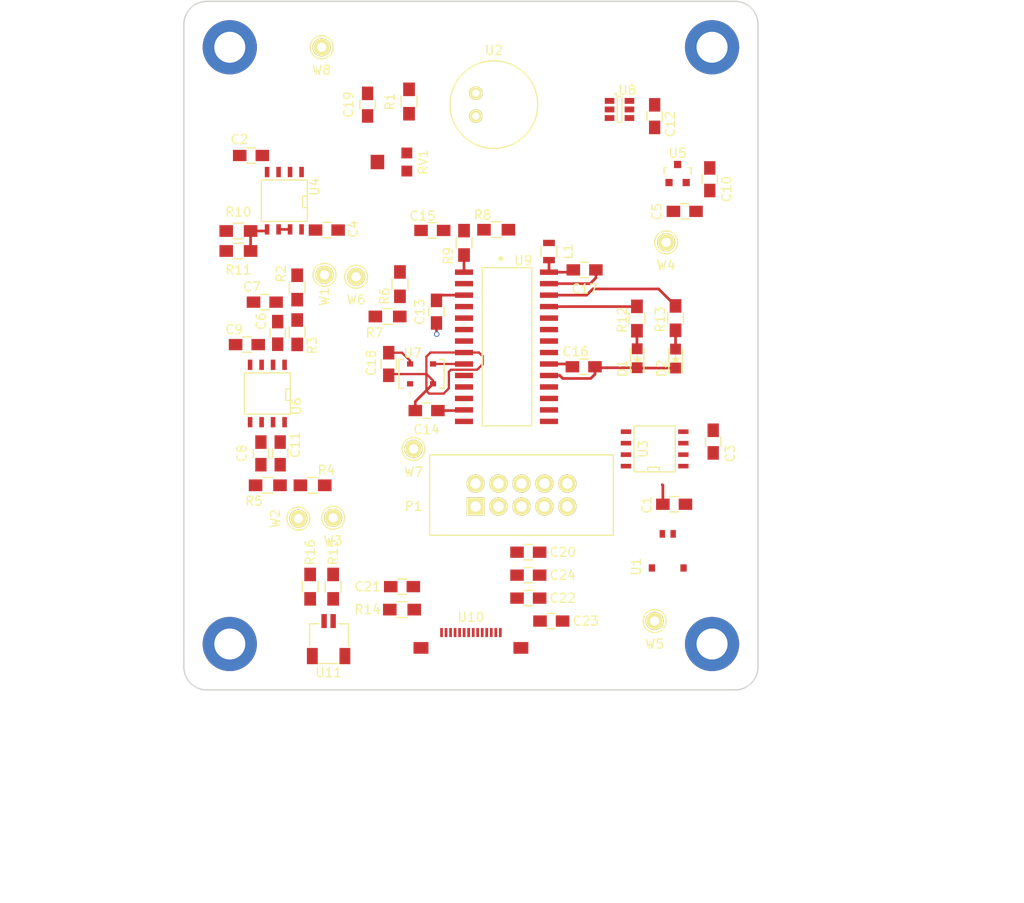
<source format=kicad_pcb>
(kicad_pcb (version 4) (host pcbnew 4.0.2-stable)

  (general
    (links 136)
    (no_connects 115)
    (area 105.868399 53.264999 169.518401 129.615001)
    (thickness 1.6)
    (drawings 15)
    (tracks 67)
    (zones 0)
    (modules 68)
    (nets 45)
  )

  (page A4)
  (layers
    (0 F.Cu signal)
    (31 B.Cu signal)
    (32 B.Adhes user)
    (33 F.Adhes user)
    (34 B.Paste user)
    (35 F.Paste user)
    (36 B.SilkS user)
    (37 F.SilkS user)
    (38 B.Mask user)
    (39 F.Mask user)
    (40 Dwgs.User user)
    (41 Cmts.User user)
    (42 Eco1.User user)
    (43 Eco2.User user)
    (44 Edge.Cuts user)
    (45 Margin user)
    (46 B.CrtYd user)
    (47 F.CrtYd user)
    (48 B.Fab user)
    (49 F.Fab user hide)
  )

  (setup
    (last_trace_width 0.3)
    (trace_clearance 0.2)
    (zone_clearance 0.508)
    (zone_45_only no)
    (trace_min 0.2)
    (segment_width 0.2)
    (edge_width 0.15)
    (via_size 0.6)
    (via_drill 0.4)
    (via_min_size 0.4)
    (via_min_drill 0.3)
    (uvia_size 0.3)
    (uvia_drill 0.1)
    (uvias_allowed no)
    (uvia_min_size 0.2)
    (uvia_min_drill 0.1)
    (pcb_text_width 0.3)
    (pcb_text_size 1.5 1.5)
    (mod_edge_width 0.15)
    (mod_text_size 1 1)
    (mod_text_width 0.15)
    (pad_size 1.524 1.524)
    (pad_drill 0.762)
    (pad_to_mask_clearance 0.2)
    (aux_axis_origin 0 0)
    (grid_origin 169.4434 60.96)
    (visible_elements 7FFEFFFF)
    (pcbplotparams
      (layerselection 0x00030_80000001)
      (usegerberextensions false)
      (excludeedgelayer true)
      (linewidth 0.100000)
      (plotframeref false)
      (viasonmask false)
      (mode 1)
      (useauxorigin false)
      (hpglpennumber 1)
      (hpglpenspeed 20)
      (hpglpendiameter 15)
      (hpglpenoverlay 2)
      (psnegative false)
      (psa4output false)
      (plotreference true)
      (plotvalue true)
      (plotinvisibletext false)
      (padsonsilk false)
      (subtractmaskfromsilk false)
      (outputformat 1)
      (mirror false)
      (drillshape 1)
      (scaleselection 1)
      (outputdirectory ""))
  )

  (net 0 "")
  (net 1 +9V)
  (net 2 GND)
  (net 3 VPP)
  (net 4 "Net-(C6-Pad1)")
  (net 5 VSS)
  (net 6 "Net-(C11-Pad2)")
  (net 7 "Net-(C7-Pad2)")
  (net 8 VDD)
  (net 9 "Net-(C11-Pad1)")
  (net 10 "Net-(C12-Pad1)")
  (net 11 "Net-(C12-Pad2)")
  (net 12 /VTAP)
  (net 13 "Net-(C15-Pad2)")
  (net 14 "Net-(C16-Pad2)")
  (net 15 /TDI)
  (net 16 /TDO)
  (net 17 /TMS)
  (net 18 /TCK)
  (net 19 /PGEC3)
  (net 20 /PGED3)
  (net 21 "Net-(R2-Pad2)")
  (net 22 "Net-(R10-Pad2)")
  (net 23 "Net-(R12-Pad1)")
  (net 24 "Net-(U4-Pad6)")
  (net 25 "Net-(U6-Pad4)")
  (net 26 "Net-(U7-Pad3)")
  (net 27 "Net-(C17-Pad2)")
  (net 28 "Net-(D1-Pad2)")
  (net 29 "Net-(D2-Pad2)")
  (net 30 /!MCLR)
  (net 31 "Net-(C19-Pad1)")
  (net 32 "Net-(C19-Pad2)")
  (net 33 "Net-(R13-Pad1)")
  (net 34 /!CSL)
  (net 35 /!RSTL)
  (net 36 /SCLL)
  (net 37 /SDAL)
  (net 38 "Net-(C20-Pad2)")
  (net 39 "Net-(C21-Pad2)")
  (net 40 "Net-(C22-Pad2)")
  (net 41 "Net-(C23-Pad2)")
  (net 42 "Net-(C24-Pad2)")
  (net 43 "Net-(R15-Pad1)")
  (net 44 "Net-(RV1-Pad3)")

  (net_class Default "This is the default net class."
    (clearance 0.2)
    (trace_width 0.3)
    (via_dia 0.6)
    (via_drill 0.4)
    (uvia_dia 0.3)
    (uvia_drill 0.1)
    (add_net +9V)
    (add_net /!CSL)
    (add_net /!MCLR)
    (add_net /!RSTL)
    (add_net /PGEC3)
    (add_net /PGED3)
    (add_net /SCLL)
    (add_net /SDAL)
    (add_net /TCK)
    (add_net /TDI)
    (add_net /TDO)
    (add_net /TMS)
    (add_net /VTAP)
    (add_net GND)
    (add_net "Net-(C11-Pad1)")
    (add_net "Net-(C11-Pad2)")
    (add_net "Net-(C12-Pad1)")
    (add_net "Net-(C12-Pad2)")
    (add_net "Net-(C15-Pad2)")
    (add_net "Net-(C16-Pad2)")
    (add_net "Net-(C17-Pad2)")
    (add_net "Net-(C19-Pad1)")
    (add_net "Net-(C19-Pad2)")
    (add_net "Net-(C20-Pad2)")
    (add_net "Net-(C21-Pad2)")
    (add_net "Net-(C22-Pad2)")
    (add_net "Net-(C23-Pad2)")
    (add_net "Net-(C24-Pad2)")
    (add_net "Net-(C6-Pad1)")
    (add_net "Net-(C7-Pad2)")
    (add_net "Net-(D1-Pad2)")
    (add_net "Net-(D2-Pad2)")
    (add_net "Net-(R10-Pad2)")
    (add_net "Net-(R12-Pad1)")
    (add_net "Net-(R13-Pad1)")
    (add_net "Net-(R15-Pad1)")
    (add_net "Net-(R2-Pad2)")
    (add_net "Net-(RV1-Pad3)")
    (add_net "Net-(U4-Pad6)")
    (add_net "Net-(U6-Pad4)")
    (add_net "Net-(U7-Pad3)")
    (add_net VDD)
    (add_net VPP)
    (add_net VSS)
  )

  (module custom:4-40 (layer F.Cu) (tedit 574A84AD) (tstamp 574A850A)
    (at 111.0234 58.42)
    (fp_text reference "" (at 5.6896 -1.1176) (layer F.SilkS)
      (effects (font (size 1 1) (thickness 0.15)))
    )
    (fp_text value 4-40 (at 1.27 -3.81) (layer F.Fab)
      (effects (font (size 1 1) (thickness 0.15)))
    )
    (pad 1 thru_hole circle (at 0 0) (size 6 6) (drill 3.429) (layers *.Cu *.Mask))
  )

  (module custom:4-40 (layer F.Cu) (tedit 574A849A) (tstamp 574A8502)
    (at 111.0234 124.46)
    (fp_text reference "" (at 2.54 3.81) (layer F.SilkS)
      (effects (font (size 1 1) (thickness 0.15)))
    )
    (fp_text value 4-40 (at 1.27 -3.81) (layer F.Fab)
      (effects (font (size 1 1) (thickness 0.15)))
    )
    (pad 1 thru_hole circle (at 0 0) (size 6 6) (drill 3.429) (layers *.Cu *.Mask))
  )

  (module custom:4-40 (layer F.Cu) (tedit 574A849F) (tstamp 574A84E8)
    (at 164.3634 124.46)
    (fp_text reference "" (at 2.54 3.81) (layer F.SilkS)
      (effects (font (size 1 1) (thickness 0.15)))
    )
    (fp_text value 4-40 (at 1.27 -3.81) (layer F.Fab)
      (effects (font (size 1 1) (thickness 0.15)))
    )
    (pad 1 thru_hole circle (at 0 0) (size 6 6) (drill 3.429) (layers *.Cu *.Mask))
  )

  (module Capacitors_SMD:C_0805_HandSoldering (layer F.Cu) (tedit 574A34D3) (tstamp 574A16ED)
    (at 160.1724 108.9914 180)
    (descr "Capacitor SMD 0805, hand soldering")
    (tags "capacitor 0805")
    (path /5749633B)
    (attr smd)
    (fp_text reference C1 (at 3.0226 -0.0762 270) (layer F.SilkS)
      (effects (font (size 1 1) (thickness 0.15)))
    )
    (fp_text value 10uF (at 0 2.1 180) (layer F.Fab)
      (effects (font (size 1 1) (thickness 0.15)))
    )
    (fp_line (start -2.3 -1) (end 2.3 -1) (layer F.CrtYd) (width 0.05))
    (fp_line (start -2.3 1) (end 2.3 1) (layer F.CrtYd) (width 0.05))
    (fp_line (start -2.3 -1) (end -2.3 1) (layer F.CrtYd) (width 0.05))
    (fp_line (start 2.3 -1) (end 2.3 1) (layer F.CrtYd) (width 0.05))
    (fp_line (start 0.5 -0.85) (end -0.5 -0.85) (layer F.SilkS) (width 0.15))
    (fp_line (start -0.5 0.85) (end 0.5 0.85) (layer F.SilkS) (width 0.15))
    (pad 1 smd rect (at -1.25 0 180) (size 1.5 1.25) (layers F.Cu F.Paste F.Mask)
      (net 1 +9V))
    (pad 2 smd rect (at 1.25 0 180) (size 1.5 1.25) (layers F.Cu F.Paste F.Mask)
      (net 2 GND))
    (model Capacitors_SMD.3dshapes/C_0805_HandSoldering.wrl
      (at (xyz 0 0 0))
      (scale (xyz 1 1 1))
      (rotate (xyz 0 0 0))
    )
  )

  (module Capacitors_SMD:C_0805_HandSoldering (layer F.Cu) (tedit 574A3684) (tstamp 574A16F3)
    (at 113.3729 70.3961 180)
    (descr "Capacitor SMD 0805, hand soldering")
    (tags "capacitor 0805")
    (path /574A4336)
    (attr smd)
    (fp_text reference C2 (at 1.2954 1.778 180) (layer F.SilkS)
      (effects (font (size 1 1) (thickness 0.15)))
    )
    (fp_text value 10u (at 0 2.1 180) (layer F.Fab)
      (effects (font (size 1 1) (thickness 0.15)))
    )
    (fp_line (start -2.3 -1) (end 2.3 -1) (layer F.CrtYd) (width 0.05))
    (fp_line (start -2.3 1) (end 2.3 1) (layer F.CrtYd) (width 0.05))
    (fp_line (start -2.3 -1) (end -2.3 1) (layer F.CrtYd) (width 0.05))
    (fp_line (start 2.3 -1) (end 2.3 1) (layer F.CrtYd) (width 0.05))
    (fp_line (start 0.5 -0.85) (end -0.5 -0.85) (layer F.SilkS) (width 0.15))
    (fp_line (start -0.5 0.85) (end 0.5 0.85) (layer F.SilkS) (width 0.15))
    (pad 1 smd rect (at -1.25 0 180) (size 1.5 1.25) (layers F.Cu F.Paste F.Mask)
      (net 5 VSS))
    (pad 2 smd rect (at 1.25 0 180) (size 1.5 1.25) (layers F.Cu F.Paste F.Mask)
      (net 2 GND))
    (model Capacitors_SMD.3dshapes/C_0805_HandSoldering.wrl
      (at (xyz 0 0 0))
      (scale (xyz 1 1 1))
      (rotate (xyz 0 0 0))
    )
  )

  (module Capacitors_SMD:C_0805_HandSoldering (layer F.Cu) (tedit 574A34F6) (tstamp 574A16F9)
    (at 164.4904 102.0572 90)
    (descr "Capacitor SMD 0805, hand soldering")
    (tags "capacitor 0805")
    (path /574C82D7)
    (attr smd)
    (fp_text reference C3 (at -1.3208 1.8796 90) (layer F.SilkS)
      (effects (font (size 1 1) (thickness 0.15)))
    )
    (fp_text value 10uF (at 0 2.1 90) (layer F.Fab)
      (effects (font (size 1 1) (thickness 0.15)))
    )
    (fp_line (start -2.3 -1) (end 2.3 -1) (layer F.CrtYd) (width 0.05))
    (fp_line (start -2.3 1) (end 2.3 1) (layer F.CrtYd) (width 0.05))
    (fp_line (start -2.3 -1) (end -2.3 1) (layer F.CrtYd) (width 0.05))
    (fp_line (start 2.3 -1) (end 2.3 1) (layer F.CrtYd) (width 0.05))
    (fp_line (start 0.5 -0.85) (end -0.5 -0.85) (layer F.SilkS) (width 0.15))
    (fp_line (start -0.5 0.85) (end 0.5 0.85) (layer F.SilkS) (width 0.15))
    (pad 1 smd rect (at -1.25 0 90) (size 1.5 1.25) (layers F.Cu F.Paste F.Mask)
      (net 2 GND))
    (pad 2 smd rect (at 1.25 0 90) (size 1.5 1.25) (layers F.Cu F.Paste F.Mask)
      (net 3 VPP))
    (model Capacitors_SMD.3dshapes/C_0805_HandSoldering.wrl
      (at (xyz 0 0 0))
      (scale (xyz 1 1 1))
      (rotate (xyz 0 0 0))
    )
  )

  (module Capacitors_SMD:C_0805_HandSoldering (layer F.Cu) (tedit 574A3691) (tstamp 574A16FF)
    (at 121.7549 78.6511 180)
    (descr "Capacitor SMD 0805, hand soldering")
    (tags "capacitor 0805")
    (path /574A45DB)
    (attr smd)
    (fp_text reference C4 (at -2.921 0.127 270) (layer F.SilkS)
      (effects (font (size 1 1) (thickness 0.15)))
    )
    (fp_text value 10u (at 0 2.1 180) (layer F.Fab)
      (effects (font (size 1 1) (thickness 0.15)))
    )
    (fp_line (start -2.3 -1) (end 2.3 -1) (layer F.CrtYd) (width 0.05))
    (fp_line (start -2.3 1) (end 2.3 1) (layer F.CrtYd) (width 0.05))
    (fp_line (start -2.3 -1) (end -2.3 1) (layer F.CrtYd) (width 0.05))
    (fp_line (start 2.3 -1) (end 2.3 1) (layer F.CrtYd) (width 0.05))
    (fp_line (start 0.5 -0.85) (end -0.5 -0.85) (layer F.SilkS) (width 0.15))
    (fp_line (start -0.5 0.85) (end 0.5 0.85) (layer F.SilkS) (width 0.15))
    (pad 1 smd rect (at -1.25 0 180) (size 1.5 1.25) (layers F.Cu F.Paste F.Mask)
      (net 2 GND))
    (pad 2 smd rect (at 1.25 0 180) (size 1.5 1.25) (layers F.Cu F.Paste F.Mask)
      (net 3 VPP))
    (model Capacitors_SMD.3dshapes/C_0805_HandSoldering.wrl
      (at (xyz 0 0 0))
      (scale (xyz 1 1 1))
      (rotate (xyz 0 0 0))
    )
  )

  (module Capacitors_SMD:C_0805_HandSoldering (layer F.Cu) (tedit 574A3525) (tstamp 574A1705)
    (at 161.3408 76.581)
    (descr "Capacitor SMD 0805, hand soldering")
    (tags "capacitor 0805")
    (path /5750B065)
    (attr smd)
    (fp_text reference C5 (at -3.0988 0.0254 90) (layer F.SilkS)
      (effects (font (size 1 1) (thickness 0.15)))
    )
    (fp_text value 10uF (at 0 2.1) (layer F.Fab)
      (effects (font (size 1 1) (thickness 0.15)))
    )
    (fp_line (start -2.3 -1) (end 2.3 -1) (layer F.CrtYd) (width 0.05))
    (fp_line (start -2.3 1) (end 2.3 1) (layer F.CrtYd) (width 0.05))
    (fp_line (start -2.3 -1) (end -2.3 1) (layer F.CrtYd) (width 0.05))
    (fp_line (start 2.3 -1) (end 2.3 1) (layer F.CrtYd) (width 0.05))
    (fp_line (start 0.5 -0.85) (end -0.5 -0.85) (layer F.SilkS) (width 0.15))
    (fp_line (start -0.5 0.85) (end 0.5 0.85) (layer F.SilkS) (width 0.15))
    (pad 1 smd rect (at -1.25 0) (size 1.5 1.25) (layers F.Cu F.Paste F.Mask)
      (net 3 VPP))
    (pad 2 smd rect (at 1.25 0) (size 1.5 1.25) (layers F.Cu F.Paste F.Mask)
      (net 2 GND))
    (model Capacitors_SMD.3dshapes/C_0805_HandSoldering.wrl
      (at (xyz 0 0 0))
      (scale (xyz 1 1 1))
      (rotate (xyz 0 0 0))
    )
  )

  (module Capacitors_SMD:C_0805_HandSoldering (layer F.Cu) (tedit 574A3715) (tstamp 574A170B)
    (at 116.3193 90.0303 270)
    (descr "Capacitor SMD 0805, hand soldering")
    (tags "capacitor 0805")
    (path /574ACC39)
    (attr smd)
    (fp_text reference C6 (at -1.2954 1.8288 270) (layer F.SilkS)
      (effects (font (size 1 1) (thickness 0.15)))
    )
    (fp_text value 10n (at 0 2.1 270) (layer F.Fab)
      (effects (font (size 1 1) (thickness 0.15)))
    )
    (fp_line (start -2.3 -1) (end 2.3 -1) (layer F.CrtYd) (width 0.05))
    (fp_line (start -2.3 1) (end 2.3 1) (layer F.CrtYd) (width 0.05))
    (fp_line (start -2.3 -1) (end -2.3 1) (layer F.CrtYd) (width 0.05))
    (fp_line (start 2.3 -1) (end 2.3 1) (layer F.CrtYd) (width 0.05))
    (fp_line (start 0.5 -0.85) (end -0.5 -0.85) (layer F.SilkS) (width 0.15))
    (fp_line (start -0.5 0.85) (end 0.5 0.85) (layer F.SilkS) (width 0.15))
    (pad 1 smd rect (at -1.25 0 270) (size 1.5 1.25) (layers F.Cu F.Paste F.Mask)
      (net 4 "Net-(C6-Pad1)"))
    (pad 2 smd rect (at 1.25 0 270) (size 1.5 1.25) (layers F.Cu F.Paste F.Mask)
      (net 5 VSS))
    (model Capacitors_SMD.3dshapes/C_0805_HandSoldering.wrl
      (at (xyz 0 0 0))
      (scale (xyz 1 1 1))
      (rotate (xyz 0 0 0))
    )
  )

  (module Capacitors_SMD:C_0805_HandSoldering (layer F.Cu) (tedit 574A373B) (tstamp 574A1711)
    (at 114.8969 86.6267 180)
    (descr "Capacitor SMD 0805, hand soldering")
    (tags "capacitor 0805")
    (path /574ADF3C)
    (attr smd)
    (fp_text reference C7 (at 1.4224 1.7018 180) (layer F.SilkS)
      (effects (font (size 1 1) (thickness 0.15)))
    )
    (fp_text value 10n (at 0 2.1 180) (layer F.Fab)
      (effects (font (size 1 1) (thickness 0.15)))
    )
    (fp_line (start -2.3 -1) (end 2.3 -1) (layer F.CrtYd) (width 0.05))
    (fp_line (start -2.3 1) (end 2.3 1) (layer F.CrtYd) (width 0.05))
    (fp_line (start -2.3 -1) (end -2.3 1) (layer F.CrtYd) (width 0.05))
    (fp_line (start 2.3 -1) (end 2.3 1) (layer F.CrtYd) (width 0.05))
    (fp_line (start 0.5 -0.85) (end -0.5 -0.85) (layer F.SilkS) (width 0.15))
    (fp_line (start -0.5 0.85) (end 0.5 0.85) (layer F.SilkS) (width 0.15))
    (pad 1 smd rect (at -1.25 0 180) (size 1.5 1.25) (layers F.Cu F.Paste F.Mask)
      (net 6 "Net-(C11-Pad2)"))
    (pad 2 smd rect (at 1.25 0 180) (size 1.5 1.25) (layers F.Cu F.Paste F.Mask)
      (net 7 "Net-(C7-Pad2)"))
    (model Capacitors_SMD.3dshapes/C_0805_HandSoldering.wrl
      (at (xyz 0 0 0))
      (scale (xyz 1 1 1))
      (rotate (xyz 0 0 0))
    )
  )

  (module Capacitors_SMD:C_0805_HandSoldering (layer F.Cu) (tedit 541A9B8D) (tstamp 574A1717)
    (at 114.4651 103.3653 90)
    (descr "Capacitor SMD 0805, hand soldering")
    (tags "capacitor 0805")
    (path /574A5F3E)
    (attr smd)
    (fp_text reference C8 (at 0 -2.1 90) (layer F.SilkS)
      (effects (font (size 1 1) (thickness 0.15)))
    )
    (fp_text value 10u (at 0 2.1 90) (layer F.Fab)
      (effects (font (size 1 1) (thickness 0.15)))
    )
    (fp_line (start -2.3 -1) (end 2.3 -1) (layer F.CrtYd) (width 0.05))
    (fp_line (start -2.3 1) (end 2.3 1) (layer F.CrtYd) (width 0.05))
    (fp_line (start -2.3 -1) (end -2.3 1) (layer F.CrtYd) (width 0.05))
    (fp_line (start 2.3 -1) (end 2.3 1) (layer F.CrtYd) (width 0.05))
    (fp_line (start 0.5 -0.85) (end -0.5 -0.85) (layer F.SilkS) (width 0.15))
    (fp_line (start -0.5 0.85) (end 0.5 0.85) (layer F.SilkS) (width 0.15))
    (pad 1 smd rect (at -1.25 0 90) (size 1.5 1.25) (layers F.Cu F.Paste F.Mask)
      (net 2 GND))
    (pad 2 smd rect (at 1.25 0 90) (size 1.5 1.25) (layers F.Cu F.Paste F.Mask)
      (net 3 VPP))
    (model Capacitors_SMD.3dshapes/C_0805_HandSoldering.wrl
      (at (xyz 0 0 0))
      (scale (xyz 1 1 1))
      (rotate (xyz 0 0 0))
    )
  )

  (module Capacitors_SMD:C_0805_HandSoldering (layer F.Cu) (tedit 574A3786) (tstamp 574A171D)
    (at 112.9157 91.3257)
    (descr "Capacitor SMD 0805, hand soldering")
    (tags "capacitor 0805")
    (path /574A6415)
    (attr smd)
    (fp_text reference C9 (at -1.4224 -1.6764) (layer F.SilkS)
      (effects (font (size 1 1) (thickness 0.15)))
    )
    (fp_text value 10u (at 0 2.1) (layer F.Fab)
      (effects (font (size 1 1) (thickness 0.15)))
    )
    (fp_line (start -2.3 -1) (end 2.3 -1) (layer F.CrtYd) (width 0.05))
    (fp_line (start -2.3 1) (end 2.3 1) (layer F.CrtYd) (width 0.05))
    (fp_line (start -2.3 -1) (end -2.3 1) (layer F.CrtYd) (width 0.05))
    (fp_line (start 2.3 -1) (end 2.3 1) (layer F.CrtYd) (width 0.05))
    (fp_line (start 0.5 -0.85) (end -0.5 -0.85) (layer F.SilkS) (width 0.15))
    (fp_line (start -0.5 0.85) (end 0.5 0.85) (layer F.SilkS) (width 0.15))
    (pad 1 smd rect (at -1.25 0) (size 1.5 1.25) (layers F.Cu F.Paste F.Mask)
      (net 2 GND))
    (pad 2 smd rect (at 1.25 0) (size 1.5 1.25) (layers F.Cu F.Paste F.Mask)
      (net 5 VSS))
    (model Capacitors_SMD.3dshapes/C_0805_HandSoldering.wrl
      (at (xyz 0 0 0))
      (scale (xyz 1 1 1))
      (rotate (xyz 0 0 0))
    )
  )

  (module Capacitors_SMD:C_0805_HandSoldering (layer F.Cu) (tedit 574A3536) (tstamp 574A1723)
    (at 164.1094 73.025 270)
    (descr "Capacitor SMD 0805, hand soldering")
    (tags "capacitor 0805")
    (path /5750B312)
    (attr smd)
    (fp_text reference C10 (at 1.0922 -1.8542 270) (layer F.SilkS)
      (effects (font (size 1 1) (thickness 0.15)))
    )
    (fp_text value 10uF (at 0 2.1 270) (layer F.Fab)
      (effects (font (size 1 1) (thickness 0.15)))
    )
    (fp_line (start -2.3 -1) (end 2.3 -1) (layer F.CrtYd) (width 0.05))
    (fp_line (start -2.3 1) (end 2.3 1) (layer F.CrtYd) (width 0.05))
    (fp_line (start -2.3 -1) (end -2.3 1) (layer F.CrtYd) (width 0.05))
    (fp_line (start 2.3 -1) (end 2.3 1) (layer F.CrtYd) (width 0.05))
    (fp_line (start 0.5 -0.85) (end -0.5 -0.85) (layer F.SilkS) (width 0.15))
    (fp_line (start -0.5 0.85) (end 0.5 0.85) (layer F.SilkS) (width 0.15))
    (pad 1 smd rect (at -1.25 0 270) (size 1.5 1.25) (layers F.Cu F.Paste F.Mask)
      (net 8 VDD))
    (pad 2 smd rect (at 1.25 0 270) (size 1.5 1.25) (layers F.Cu F.Paste F.Mask)
      (net 2 GND))
    (model Capacitors_SMD.3dshapes/C_0805_HandSoldering.wrl
      (at (xyz 0 0 0))
      (scale (xyz 1 1 1))
      (rotate (xyz 0 0 0))
    )
  )

  (module Capacitors_SMD:C_0805_HandSoldering (layer F.Cu) (tedit 574A37B9) (tstamp 574A1729)
    (at 116.5987 103.3653 90)
    (descr "Capacitor SMD 0805, hand soldering")
    (tags "capacitor 0805")
    (path /574C2542)
    (attr smd)
    (fp_text reference C11 (at 0.9398 1.651 90) (layer F.SilkS)
      (effects (font (size 1 1) (thickness 0.15)))
    )
    (fp_text value 1u (at 0 2.1 90) (layer F.Fab)
      (effects (font (size 1 1) (thickness 0.15)))
    )
    (fp_line (start -2.3 -1) (end 2.3 -1) (layer F.CrtYd) (width 0.05))
    (fp_line (start -2.3 1) (end 2.3 1) (layer F.CrtYd) (width 0.05))
    (fp_line (start -2.3 -1) (end -2.3 1) (layer F.CrtYd) (width 0.05))
    (fp_line (start 2.3 -1) (end 2.3 1) (layer F.CrtYd) (width 0.05))
    (fp_line (start 0.5 -0.85) (end -0.5 -0.85) (layer F.SilkS) (width 0.15))
    (fp_line (start -0.5 0.85) (end 0.5 0.85) (layer F.SilkS) (width 0.15))
    (pad 1 smd rect (at -1.25 0 90) (size 1.5 1.25) (layers F.Cu F.Paste F.Mask)
      (net 9 "Net-(C11-Pad1)"))
    (pad 2 smd rect (at 1.25 0 90) (size 1.5 1.25) (layers F.Cu F.Paste F.Mask)
      (net 6 "Net-(C11-Pad2)"))
    (model Capacitors_SMD.3dshapes/C_0805_HandSoldering.wrl
      (at (xyz 0 0 0))
      (scale (xyz 1 1 1))
      (rotate (xyz 0 0 0))
    )
  )

  (module Capacitors_SMD:C_0805_HandSoldering (layer F.Cu) (tedit 574A3562) (tstamp 574A172F)
    (at 158.0134 66.04 270)
    (descr "Capacitor SMD 0805, hand soldering")
    (tags "capacitor 0805")
    (path /574954E8)
    (attr smd)
    (fp_text reference C12 (at 0.889 -1.7272 270) (layer F.SilkS)
      (effects (font (size 1 1) (thickness 0.15)))
    )
    (fp_text value 10uF (at 0 2.1 270) (layer F.Fab)
      (effects (font (size 1 1) (thickness 0.15)))
    )
    (fp_line (start -2.3 -1) (end 2.3 -1) (layer F.CrtYd) (width 0.05))
    (fp_line (start -2.3 1) (end 2.3 1) (layer F.CrtYd) (width 0.05))
    (fp_line (start -2.3 -1) (end -2.3 1) (layer F.CrtYd) (width 0.05))
    (fp_line (start 2.3 -1) (end 2.3 1) (layer F.CrtYd) (width 0.05))
    (fp_line (start 0.5 -0.85) (end -0.5 -0.85) (layer F.SilkS) (width 0.15))
    (fp_line (start -0.5 0.85) (end 0.5 0.85) (layer F.SilkS) (width 0.15))
    (pad 1 smd rect (at -1.25 0 270) (size 1.5 1.25) (layers F.Cu F.Paste F.Mask)
      (net 10 "Net-(C12-Pad1)"))
    (pad 2 smd rect (at 1.25 0 270) (size 1.5 1.25) (layers F.Cu F.Paste F.Mask)
      (net 11 "Net-(C12-Pad2)"))
    (model Capacitors_SMD.3dshapes/C_0805_HandSoldering.wrl
      (at (xyz 0 0 0))
      (scale (xyz 1 1 1))
      (rotate (xyz 0 0 0))
    )
  )

  (module Capacitors_SMD:C_0805_HandSoldering (layer F.Cu) (tedit 574A33A0) (tstamp 574A1735)
    (at 133.8834 87.6808 270)
    (descr "Capacitor SMD 0805, hand soldering")
    (tags "capacitor 0805")
    (path /574F60BB)
    (attr smd)
    (fp_text reference C13 (at 0.0254 1.8542 270) (layer F.SilkS)
      (effects (font (size 1 1) (thickness 0.15)))
    )
    (fp_text value .1uF (at 0 2.1 270) (layer F.Fab)
      (effects (font (size 1 1) (thickness 0.15)))
    )
    (fp_line (start -2.3 -1) (end 2.3 -1) (layer F.CrtYd) (width 0.05))
    (fp_line (start -2.3 1) (end 2.3 1) (layer F.CrtYd) (width 0.05))
    (fp_line (start -2.3 -1) (end -2.3 1) (layer F.CrtYd) (width 0.05))
    (fp_line (start 2.3 -1) (end 2.3 1) (layer F.CrtYd) (width 0.05))
    (fp_line (start 0.5 -0.85) (end -0.5 -0.85) (layer F.SilkS) (width 0.15))
    (fp_line (start -0.5 0.85) (end 0.5 0.85) (layer F.SilkS) (width 0.15))
    (pad 1 smd rect (at -1.25 0 270) (size 1.5 1.25) (layers F.Cu F.Paste F.Mask)
      (net 12 /VTAP))
    (pad 2 smd rect (at 1.25 0 270) (size 1.5 1.25) (layers F.Cu F.Paste F.Mask)
      (net 2 GND))
    (model Capacitors_SMD.3dshapes/C_0805_HandSoldering.wrl
      (at (xyz 0 0 0))
      (scale (xyz 1 1 1))
      (rotate (xyz 0 0 0))
    )
  )

  (module Capacitors_SMD:C_0805_HandSoldering (layer F.Cu) (tedit 541A9B8D) (tstamp 574A173B)
    (at 132.7912 98.6282 180)
    (descr "Capacitor SMD 0805, hand soldering")
    (tags "capacitor 0805")
    (path /57511D28)
    (attr smd)
    (fp_text reference C14 (at 0 -2.1 180) (layer F.SilkS)
      (effects (font (size 1 1) (thickness 0.15)))
    )
    (fp_text value .1uF (at 0 2.1 180) (layer F.Fab)
      (effects (font (size 1 1) (thickness 0.15)))
    )
    (fp_line (start -2.3 -1) (end 2.3 -1) (layer F.CrtYd) (width 0.05))
    (fp_line (start -2.3 1) (end 2.3 1) (layer F.CrtYd) (width 0.05))
    (fp_line (start -2.3 -1) (end -2.3 1) (layer F.CrtYd) (width 0.05))
    (fp_line (start 2.3 -1) (end 2.3 1) (layer F.CrtYd) (width 0.05))
    (fp_line (start 0.5 -0.85) (end -0.5 -0.85) (layer F.SilkS) (width 0.15))
    (fp_line (start -0.5 0.85) (end 0.5 0.85) (layer F.SilkS) (width 0.15))
    (pad 1 smd rect (at -1.25 0 180) (size 1.5 1.25) (layers F.Cu F.Paste F.Mask)
      (net 8 VDD))
    (pad 2 smd rect (at 1.25 0 180) (size 1.5 1.25) (layers F.Cu F.Paste F.Mask)
      (net 2 GND))
    (model Capacitors_SMD.3dshapes/C_0805_HandSoldering.wrl
      (at (xyz 0 0 0))
      (scale (xyz 1 1 1))
      (rotate (xyz 0 0 0))
    )
  )

  (module Capacitors_SMD:C_0805_HandSoldering (layer F.Cu) (tedit 574A3448) (tstamp 574A1741)
    (at 133.4262 78.6892)
    (descr "Capacitor SMD 0805, hand soldering")
    (tags "capacitor 0805")
    (path /575053D0)
    (attr smd)
    (fp_text reference C15 (at -1.0668 -1.6002) (layer F.SilkS)
      (effects (font (size 1 1) (thickness 0.15)))
    )
    (fp_text value .1uF (at 0 2.1) (layer F.Fab)
      (effects (font (size 1 1) (thickness 0.15)))
    )
    (fp_line (start -2.3 -1) (end 2.3 -1) (layer F.CrtYd) (width 0.05))
    (fp_line (start -2.3 1) (end 2.3 1) (layer F.CrtYd) (width 0.05))
    (fp_line (start -2.3 -1) (end -2.3 1) (layer F.CrtYd) (width 0.05))
    (fp_line (start 2.3 -1) (end 2.3 1) (layer F.CrtYd) (width 0.05))
    (fp_line (start 0.5 -0.85) (end -0.5 -0.85) (layer F.SilkS) (width 0.15))
    (fp_line (start -0.5 0.85) (end 0.5 0.85) (layer F.SilkS) (width 0.15))
    (pad 1 smd rect (at -1.25 0) (size 1.5 1.25) (layers F.Cu F.Paste F.Mask)
      (net 2 GND))
    (pad 2 smd rect (at 1.25 0) (size 1.5 1.25) (layers F.Cu F.Paste F.Mask)
      (net 13 "Net-(C15-Pad2)"))
    (model Capacitors_SMD.3dshapes/C_0805_HandSoldering.wrl
      (at (xyz 0 0 0))
      (scale (xyz 1 1 1))
      (rotate (xyz 0 0 0))
    )
  )

  (module Capacitors_SMD:C_0805_HandSoldering (layer F.Cu) (tedit 574A3404) (tstamp 574A1747)
    (at 150.1648 93.7768 180)
    (descr "Capacitor SMD 0805, hand soldering")
    (tags "capacitor 0805")
    (path /574DFBE1)
    (attr smd)
    (fp_text reference C16 (at 0.889 1.6764 180) (layer F.SilkS)
      (effects (font (size 1 1) (thickness 0.15)))
    )
    (fp_text value 10uF (at 0 2.1 180) (layer F.Fab)
      (effects (font (size 1 1) (thickness 0.15)))
    )
    (fp_line (start -2.3 -1) (end 2.3 -1) (layer F.CrtYd) (width 0.05))
    (fp_line (start -2.3 1) (end 2.3 1) (layer F.CrtYd) (width 0.05))
    (fp_line (start -2.3 -1) (end -2.3 1) (layer F.CrtYd) (width 0.05))
    (fp_line (start 2.3 -1) (end 2.3 1) (layer F.CrtYd) (width 0.05))
    (fp_line (start 0.5 -0.85) (end -0.5 -0.85) (layer F.SilkS) (width 0.15))
    (fp_line (start -0.5 0.85) (end 0.5 0.85) (layer F.SilkS) (width 0.15))
    (pad 1 smd rect (at -1.25 0 180) (size 1.5 1.25) (layers F.Cu F.Paste F.Mask)
      (net 2 GND))
    (pad 2 smd rect (at 1.25 0 180) (size 1.5 1.25) (layers F.Cu F.Paste F.Mask)
      (net 14 "Net-(C16-Pad2)"))
    (model Capacitors_SMD.3dshapes/C_0805_HandSoldering.wrl
      (at (xyz 0 0 0))
      (scale (xyz 1 1 1))
      (rotate (xyz 0 0 0))
    )
  )

  (module Capacitors_SMD:C_0805_HandSoldering (layer F.Cu) (tedit 541A9B8D) (tstamp 574A174D)
    (at 150.2664 83.058 180)
    (descr "Capacitor SMD 0805, hand soldering")
    (tags "capacitor 0805")
    (path /575010F4)
    (attr smd)
    (fp_text reference C17 (at 0 -2.1 180) (layer F.SilkS)
      (effects (font (size 1 1) (thickness 0.15)))
    )
    (fp_text value .1uF (at 0 2.1 180) (layer F.Fab)
      (effects (font (size 1 1) (thickness 0.15)))
    )
    (fp_line (start -2.3 -1) (end 2.3 -1) (layer F.CrtYd) (width 0.05))
    (fp_line (start -2.3 1) (end 2.3 1) (layer F.CrtYd) (width 0.05))
    (fp_line (start -2.3 -1) (end -2.3 1) (layer F.CrtYd) (width 0.05))
    (fp_line (start 2.3 -1) (end 2.3 1) (layer F.CrtYd) (width 0.05))
    (fp_line (start 0.5 -0.85) (end -0.5 -0.85) (layer F.SilkS) (width 0.15))
    (fp_line (start -0.5 0.85) (end 0.5 0.85) (layer F.SilkS) (width 0.15))
    (pad 1 smd rect (at -1.25 0 180) (size 1.5 1.25) (layers F.Cu F.Paste F.Mask)
      (net 2 GND))
    (pad 2 smd rect (at 1.25 0 180) (size 1.5 1.25) (layers F.Cu F.Paste F.Mask)
      (net 27 "Net-(C17-Pad2)"))
    (model Capacitors_SMD.3dshapes/C_0805_HandSoldering.wrl
      (at (xyz 0 0 0))
      (scale (xyz 1 1 1))
      (rotate (xyz 0 0 0))
    )
  )

  (module custom:CONN_MOLEX_.1IN_2x5 (layer F.Cu) (tedit 574DBAFA) (tstamp 574A175F)
    (at 143.2814 107.9754)
    (path /5754E195)
    (fp_text reference P1 (at -11.938 1.2446) (layer F.SilkS)
      (effects (font (size 1 1) (thickness 0.15)))
    )
    (fp_text value CONN_01X10 (at 0 -5.87) (layer F.Fab)
      (effects (font (size 1 1) (thickness 0.15)))
    )
    (fp_line (start 10.16 -4.445) (end 10.16 4.445) (layer F.SilkS) (width 0.15))
    (fp_line (start -10.16 -4.445) (end 10.16 -4.445) (layer F.SilkS) (width 0.15))
    (fp_line (start -10.16 4.445) (end -10.16 -4.445) (layer F.SilkS) (width 0.15))
    (fp_line (start 10.16 4.445) (end -10.16 4.445) (layer F.SilkS) (width 0.15))
    (pad 1 thru_hole rect (at -5.08 1.27) (size 2 2) (drill 1.14) (layers *.Cu *.Mask F.SilkS)
      (net 15 /TDI))
    (pad 2 thru_hole circle (at -5.08 -1.27) (size 2 2) (drill 1.14) (layers *.Cu *.Mask F.SilkS)
      (net 16 /TDO))
    (pad 3 thru_hole circle (at -2.54 1.27) (size 2 2) (drill 1.14) (layers *.Cu *.Mask F.SilkS)
      (net 30 /!MCLR))
    (pad 4 thru_hole circle (at -2.54 -1.27) (size 2 2) (drill 1.14) (layers *.Cu *.Mask F.SilkS)
      (net 17 /TMS))
    (pad 5 thru_hole circle (at 0 1.27) (size 2 2) (drill 1.14) (layers *.Cu *.Mask F.SilkS)
      (net 18 /TCK))
    (pad 6 thru_hole circle (at 0 -1.27) (size 2 2) (drill 1.14) (layers *.Cu *.Mask F.SilkS)
      (net 19 /PGEC3))
    (pad 7 thru_hole circle (at 2.54 1.27) (size 2 2) (drill 1.14) (layers *.Cu *.Mask F.SilkS)
      (net 20 /PGED3))
    (pad 8 thru_hole circle (at 2.54 -1.27) (size 2 2) (drill 1.14) (layers *.Cu *.Mask F.SilkS))
    (pad 9 thru_hole circle (at 5.08 1.27) (size 2 2) (drill 1.14) (layers *.Cu *.Mask F.SilkS)
      (net 8 VDD))
    (pad 10 thru_hole circle (at 5.08 -1.27) (size 2 2) (drill 1.14) (layers *.Cu *.Mask F.SilkS)
      (net 2 GND))
    (model ../../../../../../Users/Ron/Desktop/dev/b1/jlibs/3DModels/702461001.wrl
      (at (xyz 0 0 0.195))
      (scale (xyz 0.39 0.39 0.39))
      (rotate (xyz -90 0 0))
    )
  )

  (module Resistors_SMD:R_0805_HandSoldering (layer F.Cu) (tedit 54189DEE) (tstamp 574A1765)
    (at 130.8481 64.4271 90)
    (descr "Resistor SMD 0805, hand soldering")
    (tags "resistor 0805")
    (path /5748DB15)
    (attr smd)
    (fp_text reference R1 (at 0 -2.1 90) (layer F.SilkS)
      (effects (font (size 1 1) (thickness 0.15)))
    )
    (fp_text value 2.2k (at 0 2.1 90) (layer F.Fab)
      (effects (font (size 1 1) (thickness 0.15)))
    )
    (fp_line (start -2.4 -1) (end 2.4 -1) (layer F.CrtYd) (width 0.05))
    (fp_line (start -2.4 1) (end 2.4 1) (layer F.CrtYd) (width 0.05))
    (fp_line (start -2.4 -1) (end -2.4 1) (layer F.CrtYd) (width 0.05))
    (fp_line (start 2.4 -1) (end 2.4 1) (layer F.CrtYd) (width 0.05))
    (fp_line (start 0.6 0.875) (end -0.6 0.875) (layer F.SilkS) (width 0.15))
    (fp_line (start -0.6 -0.875) (end 0.6 -0.875) (layer F.SilkS) (width 0.15))
    (pad 1 smd rect (at -1.35 0 90) (size 1.5 1.3) (layers F.Cu F.Paste F.Mask)
      (net 3 VPP))
    (pad 2 smd rect (at 1.35 0 90) (size 1.5 1.3) (layers F.Cu F.Paste F.Mask)
      (net 32 "Net-(C19-Pad2)"))
    (model Resistors_SMD.3dshapes/R_0805_HandSoldering.wrl
      (at (xyz 0 0 0))
      (scale (xyz 1 1 1))
      (rotate (xyz 0 0 0))
    )
  )

  (module Resistors_SMD:R_0805_HandSoldering (layer F.Cu) (tedit 574A3737) (tstamp 574A176B)
    (at 118.4783 85.0011 90)
    (descr "Resistor SMD 0805, hand soldering")
    (tags "resistor 0805")
    (path /574ABC2B)
    (attr smd)
    (fp_text reference R2 (at 1.524 -1.778 90) (layer F.SilkS)
      (effects (font (size 1 1) (thickness 0.15)))
    )
    (fp_text value 16k (at 0 2.1 90) (layer F.Fab)
      (effects (font (size 1 1) (thickness 0.15)))
    )
    (fp_line (start -2.4 -1) (end 2.4 -1) (layer F.CrtYd) (width 0.05))
    (fp_line (start -2.4 1) (end 2.4 1) (layer F.CrtYd) (width 0.05))
    (fp_line (start -2.4 -1) (end -2.4 1) (layer F.CrtYd) (width 0.05))
    (fp_line (start 2.4 -1) (end 2.4 1) (layer F.CrtYd) (width 0.05))
    (fp_line (start 0.6 0.875) (end -0.6 0.875) (layer F.SilkS) (width 0.15))
    (fp_line (start -0.6 -0.875) (end 0.6 -0.875) (layer F.SilkS) (width 0.15))
    (pad 1 smd rect (at -1.35 0 90) (size 1.5 1.3) (layers F.Cu F.Paste F.Mask)
      (net 7 "Net-(C7-Pad2)"))
    (pad 2 smd rect (at 1.35 0 90) (size 1.5 1.3) (layers F.Cu F.Paste F.Mask)
      (net 21 "Net-(R2-Pad2)"))
    (model Resistors_SMD.3dshapes/R_0805_HandSoldering.wrl
      (at (xyz 0 0 0))
      (scale (xyz 1 1 1))
      (rotate (xyz 0 0 0))
    )
  )

  (module Resistors_SMD:R_0805_HandSoldering (layer F.Cu) (tedit 574A3711) (tstamp 574A1771)
    (at 118.4783 89.9541 90)
    (descr "Resistor SMD 0805, hand soldering")
    (tags "resistor 0805")
    (path /574ABEBE)
    (attr smd)
    (fp_text reference R3 (at -1.4732 1.651 90) (layer F.SilkS)
      (effects (font (size 1 1) (thickness 0.15)))
    )
    (fp_text value 16k (at 0 2.1 90) (layer F.Fab)
      (effects (font (size 1 1) (thickness 0.15)))
    )
    (fp_line (start -2.4 -1) (end 2.4 -1) (layer F.CrtYd) (width 0.05))
    (fp_line (start -2.4 1) (end 2.4 1) (layer F.CrtYd) (width 0.05))
    (fp_line (start -2.4 -1) (end -2.4 1) (layer F.CrtYd) (width 0.05))
    (fp_line (start 2.4 -1) (end 2.4 1) (layer F.CrtYd) (width 0.05))
    (fp_line (start 0.6 0.875) (end -0.6 0.875) (layer F.SilkS) (width 0.15))
    (fp_line (start -0.6 -0.875) (end 0.6 -0.875) (layer F.SilkS) (width 0.15))
    (pad 1 smd rect (at -1.35 0 90) (size 1.5 1.3) (layers F.Cu F.Paste F.Mask)
      (net 4 "Net-(C6-Pad1)"))
    (pad 2 smd rect (at 1.35 0 90) (size 1.5 1.3) (layers F.Cu F.Paste F.Mask)
      (net 7 "Net-(C7-Pad2)"))
    (model Resistors_SMD.3dshapes/R_0805_HandSoldering.wrl
      (at (xyz 0 0 0))
      (scale (xyz 1 1 1))
      (rotate (xyz 0 0 0))
    )
  )

  (module Resistors_SMD:R_0805_HandSoldering (layer F.Cu) (tedit 574A37E2) (tstamp 574A1777)
    (at 120.1801 106.8959 180)
    (descr "Resistor SMD 0805, hand soldering")
    (tags "resistor 0805")
    (path /574C3C4E)
    (attr smd)
    (fp_text reference R4 (at -1.524 1.6764 180) (layer F.SilkS)
      (effects (font (size 1 1) (thickness 0.15)))
    )
    (fp_text value 100k (at 0 2.1 180) (layer F.Fab)
      (effects (font (size 1 1) (thickness 0.15)))
    )
    (fp_line (start -2.4 -1) (end 2.4 -1) (layer F.CrtYd) (width 0.05))
    (fp_line (start -2.4 1) (end 2.4 1) (layer F.CrtYd) (width 0.05))
    (fp_line (start -2.4 -1) (end -2.4 1) (layer F.CrtYd) (width 0.05))
    (fp_line (start 2.4 -1) (end 2.4 1) (layer F.CrtYd) (width 0.05))
    (fp_line (start 0.6 0.875) (end -0.6 0.875) (layer F.SilkS) (width 0.15))
    (fp_line (start -0.6 -0.875) (end 0.6 -0.875) (layer F.SilkS) (width 0.15))
    (pad 1 smd rect (at -1.35 0 180) (size 1.5 1.3) (layers F.Cu F.Paste F.Mask)
      (net 8 VDD))
    (pad 2 smd rect (at 1.35 0 180) (size 1.5 1.3) (layers F.Cu F.Paste F.Mask)
      (net 9 "Net-(C11-Pad1)"))
    (model Resistors_SMD.3dshapes/R_0805_HandSoldering.wrl
      (at (xyz 0 0 0))
      (scale (xyz 1 1 1))
      (rotate (xyz 0 0 0))
    )
  )

  (module Resistors_SMD:R_0805_HandSoldering (layer F.Cu) (tedit 574A37E5) (tstamp 574A177D)
    (at 115.2271 106.8959 180)
    (descr "Resistor SMD 0805, hand soldering")
    (tags "resistor 0805")
    (path /574C4129)
    (attr smd)
    (fp_text reference R5 (at 1.524 -1.7526 180) (layer F.SilkS)
      (effects (font (size 1 1) (thickness 0.15)))
    )
    (fp_text value 100k (at 0 2.1 180) (layer F.Fab)
      (effects (font (size 1 1) (thickness 0.15)))
    )
    (fp_line (start -2.4 -1) (end 2.4 -1) (layer F.CrtYd) (width 0.05))
    (fp_line (start -2.4 1) (end 2.4 1) (layer F.CrtYd) (width 0.05))
    (fp_line (start -2.4 -1) (end -2.4 1) (layer F.CrtYd) (width 0.05))
    (fp_line (start 2.4 -1) (end 2.4 1) (layer F.CrtYd) (width 0.05))
    (fp_line (start 0.6 0.875) (end -0.6 0.875) (layer F.SilkS) (width 0.15))
    (fp_line (start -0.6 -0.875) (end 0.6 -0.875) (layer F.SilkS) (width 0.15))
    (pad 1 smd rect (at -1.35 0 180) (size 1.5 1.3) (layers F.Cu F.Paste F.Mask)
      (net 9 "Net-(C11-Pad1)"))
    (pad 2 smd rect (at 1.35 0 180) (size 1.5 1.3) (layers F.Cu F.Paste F.Mask)
      (net 2 GND))
    (model Resistors_SMD.3dshapes/R_0805_HandSoldering.wrl
      (at (xyz 0 0 0))
      (scale (xyz 1 1 1))
      (rotate (xyz 0 0 0))
    )
  )

  (module Resistors_SMD:R_0805_HandSoldering (layer F.Cu) (tedit 574A39A5) (tstamp 574A1783)
    (at 129.8448 84.6328 270)
    (descr "Resistor SMD 0805, hand soldering")
    (tags "resistor 0805")
    (path /574EAFBD)
    (attr smd)
    (fp_text reference R6 (at 1.3208 1.7272 270) (layer F.SilkS)
      (effects (font (size 1 1) (thickness 0.15)))
    )
    (fp_text value 100k (at 0 2.1 270) (layer F.Fab)
      (effects (font (size 1 1) (thickness 0.15)))
    )
    (fp_line (start -2.4 -1) (end 2.4 -1) (layer F.CrtYd) (width 0.05))
    (fp_line (start -2.4 1) (end 2.4 1) (layer F.CrtYd) (width 0.05))
    (fp_line (start -2.4 -1) (end -2.4 1) (layer F.CrtYd) (width 0.05))
    (fp_line (start 2.4 -1) (end 2.4 1) (layer F.CrtYd) (width 0.05))
    (fp_line (start 0.6 0.875) (end -0.6 0.875) (layer F.SilkS) (width 0.15))
    (fp_line (start -0.6 -0.875) (end 0.6 -0.875) (layer F.SilkS) (width 0.15))
    (pad 1 smd rect (at -1.35 0 270) (size 1.5 1.3) (layers F.Cu F.Paste F.Mask)
      (net 1 +9V))
    (pad 2 smd rect (at 1.35 0 270) (size 1.5 1.3) (layers F.Cu F.Paste F.Mask)
      (net 12 /VTAP))
    (model Resistors_SMD.3dshapes/R_0805_HandSoldering.wrl
      (at (xyz 0 0 0))
      (scale (xyz 1 1 1))
      (rotate (xyz 0 0 0))
    )
  )

  (module Resistors_SMD:R_0805_HandSoldering (layer F.Cu) (tedit 574A39B7) (tstamp 574A1789)
    (at 128.4732 88.2142 180)
    (descr "Resistor SMD 0805, hand soldering")
    (tags "resistor 0805")
    (path /574EB0E9)
    (attr smd)
    (fp_text reference R7 (at 1.4478 -1.8034 180) (layer F.SilkS)
      (effects (font (size 1 1) (thickness 0.15)))
    )
    (fp_text value 100k (at 0 2.1 180) (layer F.Fab)
      (effects (font (size 1 1) (thickness 0.15)))
    )
    (fp_line (start -2.4 -1) (end 2.4 -1) (layer F.CrtYd) (width 0.05))
    (fp_line (start -2.4 1) (end 2.4 1) (layer F.CrtYd) (width 0.05))
    (fp_line (start -2.4 -1) (end -2.4 1) (layer F.CrtYd) (width 0.05))
    (fp_line (start 2.4 -1) (end 2.4 1) (layer F.CrtYd) (width 0.05))
    (fp_line (start 0.6 0.875) (end -0.6 0.875) (layer F.SilkS) (width 0.15))
    (fp_line (start -0.6 -0.875) (end 0.6 -0.875) (layer F.SilkS) (width 0.15))
    (pad 1 smd rect (at -1.35 0 180) (size 1.5 1.3) (layers F.Cu F.Paste F.Mask)
      (net 12 /VTAP))
    (pad 2 smd rect (at 1.35 0 180) (size 1.5 1.3) (layers F.Cu F.Paste F.Mask)
      (net 2 GND))
    (model Resistors_SMD.3dshapes/R_0805_HandSoldering.wrl
      (at (xyz 0 0 0))
      (scale (xyz 1 1 1))
      (rotate (xyz 0 0 0))
    )
  )

  (module Resistors_SMD:R_0805_HandSoldering (layer F.Cu) (tedit 574A344E) (tstamp 574A178F)
    (at 140.4874 78.613 180)
    (descr "Resistor SMD 0805, hand soldering")
    (tags "resistor 0805")
    (path /574E794A)
    (attr smd)
    (fp_text reference R8 (at 1.4986 1.6256 180) (layer F.SilkS)
      (effects (font (size 1 1) (thickness 0.15)))
    )
    (fp_text value 470 (at 0 2.1 180) (layer F.Fab)
      (effects (font (size 1 1) (thickness 0.15)))
    )
    (fp_line (start -2.4 -1) (end 2.4 -1) (layer F.CrtYd) (width 0.05))
    (fp_line (start -2.4 1) (end 2.4 1) (layer F.CrtYd) (width 0.05))
    (fp_line (start -2.4 -1) (end -2.4 1) (layer F.CrtYd) (width 0.05))
    (fp_line (start 2.4 -1) (end 2.4 1) (layer F.CrtYd) (width 0.05))
    (fp_line (start 0.6 0.875) (end -0.6 0.875) (layer F.SilkS) (width 0.15))
    (fp_line (start -0.6 -0.875) (end 0.6 -0.875) (layer F.SilkS) (width 0.15))
    (pad 1 smd rect (at -1.35 0 180) (size 1.5 1.3) (layers F.Cu F.Paste F.Mask)
      (net 8 VDD))
    (pad 2 smd rect (at 1.35 0 180) (size 1.5 1.3) (layers F.Cu F.Paste F.Mask)
      (net 13 "Net-(C15-Pad2)"))
    (model Resistors_SMD.3dshapes/R_0805_HandSoldering.wrl
      (at (xyz 0 0 0))
      (scale (xyz 1 1 1))
      (rotate (xyz 0 0 0))
    )
  )

  (module Resistors_SMD:R_0805_HandSoldering (layer F.Cu) (tedit 574A3369) (tstamp 574A1795)
    (at 136.9314 80.0608 270)
    (descr "Resistor SMD 0805, hand soldering")
    (tags "resistor 0805")
    (path /575044E9)
    (attr smd)
    (fp_text reference R9 (at 1.4478 1.7526 270) (layer F.SilkS)
      (effects (font (size 1 1) (thickness 0.15)))
    )
    (fp_text value 470 (at 0 2.1 270) (layer F.Fab)
      (effects (font (size 1 1) (thickness 0.15)))
    )
    (fp_line (start -2.4 -1) (end 2.4 -1) (layer F.CrtYd) (width 0.05))
    (fp_line (start -2.4 1) (end 2.4 1) (layer F.CrtYd) (width 0.05))
    (fp_line (start -2.4 -1) (end -2.4 1) (layer F.CrtYd) (width 0.05))
    (fp_line (start 2.4 -1) (end 2.4 1) (layer F.CrtYd) (width 0.05))
    (fp_line (start 0.6 0.875) (end -0.6 0.875) (layer F.SilkS) (width 0.15))
    (fp_line (start -0.6 -0.875) (end 0.6 -0.875) (layer F.SilkS) (width 0.15))
    (pad 1 smd rect (at -1.35 0 270) (size 1.5 1.3) (layers F.Cu F.Paste F.Mask)
      (net 13 "Net-(C15-Pad2)"))
    (pad 2 smd rect (at 1.35 0 270) (size 1.5 1.3) (layers F.Cu F.Paste F.Mask)
      (net 30 /!MCLR))
    (model Resistors_SMD.3dshapes/R_0805_HandSoldering.wrl
      (at (xyz 0 0 0))
      (scale (xyz 1 1 1))
      (rotate (xyz 0 0 0))
    )
  )

  (module Resistors_SMD:R_0805_HandSoldering (layer F.Cu) (tedit 54189DEE) (tstamp 574A179B)
    (at 111.9759 78.7527)
    (descr "Resistor SMD 0805, hand soldering")
    (tags "resistor 0805")
    (path /5749CB7D)
    (attr smd)
    (fp_text reference R10 (at 0 -2.1) (layer F.SilkS)
      (effects (font (size 1 1) (thickness 0.15)))
    )
    (fp_text value 1M (at 0 2.1) (layer F.Fab)
      (effects (font (size 1 1) (thickness 0.15)))
    )
    (fp_line (start -2.4 -1) (end 2.4 -1) (layer F.CrtYd) (width 0.05))
    (fp_line (start -2.4 1) (end 2.4 1) (layer F.CrtYd) (width 0.05))
    (fp_line (start -2.4 -1) (end -2.4 1) (layer F.CrtYd) (width 0.05))
    (fp_line (start 2.4 -1) (end 2.4 1) (layer F.CrtYd) (width 0.05))
    (fp_line (start 0.6 0.875) (end -0.6 0.875) (layer F.SilkS) (width 0.15))
    (fp_line (start -0.6 -0.875) (end 0.6 -0.875) (layer F.SilkS) (width 0.15))
    (pad 1 smd rect (at -1.35 0) (size 1.5 1.3) (layers F.Cu F.Paste F.Mask)
      (net 3 VPP))
    (pad 2 smd rect (at 1.35 0) (size 1.5 1.3) (layers F.Cu F.Paste F.Mask)
      (net 22 "Net-(R10-Pad2)"))
    (model Resistors_SMD.3dshapes/R_0805_HandSoldering.wrl
      (at (xyz 0 0 0))
      (scale (xyz 1 1 1))
      (rotate (xyz 0 0 0))
    )
  )

  (module Resistors_SMD:R_0805_HandSoldering (layer F.Cu) (tedit 54189DEE) (tstamp 574A17A1)
    (at 111.9759 80.9625 180)
    (descr "Resistor SMD 0805, hand soldering")
    (tags "resistor 0805")
    (path /5749CD68)
    (attr smd)
    (fp_text reference R11 (at 0 -2.1 180) (layer F.SilkS)
      (effects (font (size 1 1) (thickness 0.15)))
    )
    (fp_text value 1M (at 0 2.1 180) (layer F.Fab)
      (effects (font (size 1 1) (thickness 0.15)))
    )
    (fp_line (start -2.4 -1) (end 2.4 -1) (layer F.CrtYd) (width 0.05))
    (fp_line (start -2.4 1) (end 2.4 1) (layer F.CrtYd) (width 0.05))
    (fp_line (start -2.4 -1) (end -2.4 1) (layer F.CrtYd) (width 0.05))
    (fp_line (start 2.4 -1) (end 2.4 1) (layer F.CrtYd) (width 0.05))
    (fp_line (start 0.6 0.875) (end -0.6 0.875) (layer F.SilkS) (width 0.15))
    (fp_line (start -0.6 -0.875) (end 0.6 -0.875) (layer F.SilkS) (width 0.15))
    (pad 1 smd rect (at -1.35 0 180) (size 1.5 1.3) (layers F.Cu F.Paste F.Mask)
      (net 22 "Net-(R10-Pad2)"))
    (pad 2 smd rect (at 1.35 0 180) (size 1.5 1.3) (layers F.Cu F.Paste F.Mask)
      (net 2 GND))
    (model Resistors_SMD.3dshapes/R_0805_HandSoldering.wrl
      (at (xyz 0 0 0))
      (scale (xyz 1 1 1))
      (rotate (xyz 0 0 0))
    )
  )

  (module Resistors_SMD:R_0805_HandSoldering (layer F.Cu) (tedit 574A38AB) (tstamp 574A17A7)
    (at 156.0576 88.4428 270)
    (descr "Resistor SMD 0805, hand soldering")
    (tags "resistor 0805")
    (path /57535581)
    (attr smd)
    (fp_text reference R12 (at 0.1524 1.6256 270) (layer F.SilkS)
      (effects (font (size 1 1) (thickness 0.15)))
    )
    (fp_text value 500 (at 0 2.1 270) (layer F.Fab)
      (effects (font (size 1 1) (thickness 0.15)))
    )
    (fp_line (start -2.4 -1) (end 2.4 -1) (layer F.CrtYd) (width 0.05))
    (fp_line (start -2.4 1) (end 2.4 1) (layer F.CrtYd) (width 0.05))
    (fp_line (start -2.4 -1) (end -2.4 1) (layer F.CrtYd) (width 0.05))
    (fp_line (start 2.4 -1) (end 2.4 1) (layer F.CrtYd) (width 0.05))
    (fp_line (start 0.6 0.875) (end -0.6 0.875) (layer F.SilkS) (width 0.15))
    (fp_line (start -0.6 -0.875) (end 0.6 -0.875) (layer F.SilkS) (width 0.15))
    (pad 1 smd rect (at -1.35 0 270) (size 1.5 1.3) (layers F.Cu F.Paste F.Mask)
      (net 23 "Net-(R12-Pad1)"))
    (pad 2 smd rect (at 1.35 0 270) (size 1.5 1.3) (layers F.Cu F.Paste F.Mask)
      (net 28 "Net-(D1-Pad2)"))
    (model Resistors_SMD.3dshapes/R_0805_HandSoldering.wrl
      (at (xyz 0 0 0))
      (scale (xyz 1 1 1))
      (rotate (xyz 0 0 0))
    )
  )

  (module Resistors_SMD:R_0805_HandSoldering (layer F.Cu) (tedit 574A38A9) (tstamp 574A17AD)
    (at 160.3248 88.392 270)
    (descr "Resistor SMD 0805, hand soldering")
    (tags "resistor 0805")
    (path /57531C6A)
    (attr smd)
    (fp_text reference R13 (at 0.1524 1.7018 270) (layer F.SilkS)
      (effects (font (size 1 1) (thickness 0.15)))
    )
    (fp_text value 500 (at 0 2.1 270) (layer F.Fab)
      (effects (font (size 1 1) (thickness 0.15)))
    )
    (fp_line (start -2.4 -1) (end 2.4 -1) (layer F.CrtYd) (width 0.05))
    (fp_line (start -2.4 1) (end 2.4 1) (layer F.CrtYd) (width 0.05))
    (fp_line (start -2.4 -1) (end -2.4 1) (layer F.CrtYd) (width 0.05))
    (fp_line (start 2.4 -1) (end 2.4 1) (layer F.CrtYd) (width 0.05))
    (fp_line (start 0.6 0.875) (end -0.6 0.875) (layer F.SilkS) (width 0.15))
    (fp_line (start -0.6 -0.875) (end 0.6 -0.875) (layer F.SilkS) (width 0.15))
    (pad 1 smd rect (at -1.35 0 270) (size 1.5 1.3) (layers F.Cu F.Paste F.Mask)
      (net 33 "Net-(R13-Pad1)"))
    (pad 2 smd rect (at 1.35 0 270) (size 1.5 1.3) (layers F.Cu F.Paste F.Mask)
      (net 29 "Net-(D2-Pad2)"))
    (model Resistors_SMD.3dshapes/R_0805_HandSoldering.wrl
      (at (xyz 0 0 0))
      (scale (xyz 1 1 1))
      (rotate (xyz 0 0 0))
    )
  )

  (module custom:781710002 (layer F.Cu) (tedit 574A34AB) (tstamp 574A17BB)
    (at 159.4612 112.268)
    (tags Connector2p)
    (path /5749156A)
    (fp_text reference U1 (at -3.4798 3.6322 90) (layer F.SilkS)
      (effects (font (size 1 1) (thickness 0.15)))
    )
    (fp_text value ConnP2 (at 0 -3.775) (layer F.Fab)
      (effects (font (size 1 1) (thickness 0.15)))
    )
    (pad 1 smd rect (at 0.6 0) (size 0.6 0.85) (layers F.Cu F.Paste F.Mask)
      (net 1 +9V))
    (pad 2 smd rect (at -0.6 0) (size 0.6 0.85) (layers F.Cu F.Paste F.Mask)
      (net 2 GND))
    (pad 0 smd rect (at 1.75 3.775) (size 0.7 0.8) (layers F.Cu F.Paste F.Mask))
    (pad 0 smd rect (at -1.75 3.775) (size 0.7 0.8) (layers F.Cu F.Paste F.Mask))
    (model ../../../../../../Users/Ron/Desktop/dev/b1/jlibs/3DModels/781710002.wrl
      (at (xyz 0 -0.075 0.05))
      (scale (xyz 0.39 0.39 0.39))
      (rotate (xyz -90 0 0))
    )
  )

  (module custom:CMA-4544PF-W (layer F.Cu) (tedit 5748D984) (tstamp 574A17C2)
    (at 140.2334 64.77 180)
    (path /5748DA61)
    (fp_text reference U2 (at 0 6 180) (layer F.SilkS)
      (effects (font (size 1 1) (thickness 0.15)))
    )
    (fp_text value CMA-4544PF-W (at 0 -6 180) (layer F.Fab)
      (effects (font (size 1 1) (thickness 0.15)))
    )
    (fp_circle (center 0 0) (end 4.85 0) (layer F.SilkS) (width 0.15))
    (pad 1 thru_hole circle (at 2 -1.27 180) (size 1.5 1.5) (drill 0.8) (layers *.Cu *.Mask F.SilkS)
      (net 32 "Net-(C19-Pad2)"))
    (pad 2 thru_hole circle (at 2 1.27 180) (size 1.5 1.5) (drill 0.8) (layers *.Cu *.Mask F.SilkS)
      (net 2 GND))
    (model ../../../../../../Users/Ron/Desktop/dev/b1/jlibs/3DModels/mic.wrl
      (at (xyz 0 0 0))
      (scale (xyz 0.39 0.39 0.39))
      (rotate (xyz -90 0 0))
    )
  )

  (module SMD_Packages:SOIC-8-N (layer F.Cu) (tedit 574A3693) (tstamp 574A17DA)
    (at 117.0559 75.3999 180)
    (descr "Module Narrow CMS SOJ 8 pins large")
    (tags "CMS SOJ")
    (path /57498263)
    (attr smd)
    (fp_text reference U4 (at -3.3528 1.524 270) (layer F.SilkS)
      (effects (font (size 1 1) (thickness 0.15)))
    )
    (fp_text value LT1881 (at 0 1.27 180) (layer F.Fab)
      (effects (font (size 1 1) (thickness 0.15)))
    )
    (fp_line (start -2.54 -2.286) (end 2.54 -2.286) (layer F.SilkS) (width 0.15))
    (fp_line (start 2.54 -2.286) (end 2.54 2.286) (layer F.SilkS) (width 0.15))
    (fp_line (start 2.54 2.286) (end -2.54 2.286) (layer F.SilkS) (width 0.15))
    (fp_line (start -2.54 2.286) (end -2.54 -2.286) (layer F.SilkS) (width 0.15))
    (fp_line (start -2.54 -0.762) (end -2.032 -0.762) (layer F.SilkS) (width 0.15))
    (fp_line (start -2.032 -0.762) (end -2.032 0.508) (layer F.SilkS) (width 0.15))
    (fp_line (start -2.032 0.508) (end -2.54 0.508) (layer F.SilkS) (width 0.15))
    (pad 8 smd rect (at -1.905 -3.175 180) (size 0.508 1.143) (layers F.Cu F.Paste F.Mask)
      (net 3 VPP))
    (pad 7 smd rect (at -0.635 -3.175 180) (size 0.508 1.143) (layers F.Cu F.Paste F.Mask)
      (net 24 "Net-(U4-Pad6)"))
    (pad 6 smd rect (at 0.635 -3.175 180) (size 0.508 1.143) (layers F.Cu F.Paste F.Mask)
      (net 24 "Net-(U4-Pad6)"))
    (pad 5 smd rect (at 1.905 -3.175 180) (size 0.508 1.143) (layers F.Cu F.Paste F.Mask)
      (net 22 "Net-(R10-Pad2)"))
    (pad 4 smd rect (at 1.905 3.175 180) (size 0.508 1.143) (layers F.Cu F.Paste F.Mask)
      (net 5 VSS))
    (pad 3 smd rect (at 0.635 3.175 180) (size 0.508 1.143) (layers F.Cu F.Paste F.Mask)
      (net 31 "Net-(C19-Pad1)"))
    (pad 2 smd rect (at -0.635 3.175 180) (size 0.508 1.143) (layers F.Cu F.Paste F.Mask)
      (net 44 "Net-(RV1-Pad3)"))
    (pad 1 smd rect (at -1.905 3.175 180) (size 0.508 1.143) (layers F.Cu F.Paste F.Mask)
      (net 21 "Net-(R2-Pad2)"))
    (model SMD_Packages.3dshapes/SOIC-8-N.wrl
      (at (xyz 0 0 0))
      (scale (xyz 0.5 0.38 0.5))
      (rotate (xyz 0 0 0))
    )
  )

  (module SMD_Packages:SOIC-8-N (layer F.Cu) (tedit 574A3482) (tstamp 574A17ED)
    (at 115.1763 96.7359 180)
    (descr "Module Narrow CMS SOJ 8 pins large")
    (tags "CMS SOJ")
    (path /5749FB99)
    (attr smd)
    (fp_text reference U6 (at -3.2258 -1.397 270) (layer F.SilkS)
      (effects (font (size 1 1) (thickness 0.15)))
    )
    (fp_text value LT1178 (at 0 1.27 180) (layer F.Fab)
      (effects (font (size 1 1) (thickness 0.15)))
    )
    (fp_line (start -2.54 -2.286) (end 2.54 -2.286) (layer F.SilkS) (width 0.15))
    (fp_line (start 2.54 -2.286) (end 2.54 2.286) (layer F.SilkS) (width 0.15))
    (fp_line (start 2.54 2.286) (end -2.54 2.286) (layer F.SilkS) (width 0.15))
    (fp_line (start -2.54 2.286) (end -2.54 -2.286) (layer F.SilkS) (width 0.15))
    (fp_line (start -2.54 -0.762) (end -2.032 -0.762) (layer F.SilkS) (width 0.15))
    (fp_line (start -2.032 -0.762) (end -2.032 0.508) (layer F.SilkS) (width 0.15))
    (fp_line (start -2.032 0.508) (end -2.54 0.508) (layer F.SilkS) (width 0.15))
    (pad 8 smd rect (at -1.905 -3.175 180) (size 0.508 1.143) (layers F.Cu F.Paste F.Mask)
      (net 6 "Net-(C11-Pad2)"))
    (pad 7 smd rect (at -0.635 -3.175 180) (size 0.508 1.143) (layers F.Cu F.Paste F.Mask)
      (net 6 "Net-(C11-Pad2)"))
    (pad 6 smd rect (at 0.635 -3.175 180) (size 0.508 1.143) (layers F.Cu F.Paste F.Mask)
      (net 3 VPP))
    (pad 5 smd rect (at 1.905 -3.175 180) (size 0.508 1.143) (layers F.Cu F.Paste F.Mask)
      (net 25 "Net-(U6-Pad4)"))
    (pad 4 smd rect (at 1.905 3.175 180) (size 0.508 1.143) (layers F.Cu F.Paste F.Mask)
      (net 25 "Net-(U6-Pad4)"))
    (pad 3 smd rect (at 0.635 3.175 180) (size 0.508 1.143) (layers F.Cu F.Paste F.Mask)
      (net 22 "Net-(R10-Pad2)"))
    (pad 2 smd rect (at -0.635 3.175 180) (size 0.508 1.143) (layers F.Cu F.Paste F.Mask)
      (net 5 VSS))
    (pad 1 smd rect (at -1.905 3.175 180) (size 0.508 1.143) (layers F.Cu F.Paste F.Mask)
      (net 4 "Net-(C6-Pad1)"))
    (model SMD_Packages.3dshapes/SOIC-8-N.wrl
      (at (xyz 0 0 0))
      (scale (xyz 0.5 0.38 0.5))
      (rotate (xyz 0 0 0))
    )
  )

  (module custom:ASFL1 (layer F.Cu) (tedit 574A2F5A) (tstamp 574A17FE)
    (at 132.2324 94.5642)
    (path /5753FA2E)
    (fp_text reference U7 (at -0.9906 -2.3114) (layer F.SilkS)
      (effects (font (size 1 1) (thickness 0.15)))
    )
    (fp_text value ASFL1-4.00MHZ-L-T (at 0.1 -3.2) (layer F.Fab)
      (effects (font (size 1 1) (thickness 0.15)))
    )
    (fp_line (start 2.5 1.6) (end 2 1.6) (layer F.SilkS) (width 0.15))
    (fp_line (start -2.5 -1.6) (end -2 -1.6) (layer F.SilkS) (width 0.15))
    (fp_line (start -2.5 1.6) (end -2 1.6) (layer F.SilkS) (width 0.15))
    (fp_line (start 2.5 -1.6) (end 2 -1.6) (layer F.SilkS) (width 0.15))
    (fp_line (start 2.5 0) (end 2.5 -1.6) (layer F.SilkS) (width 0.15))
    (fp_text user . (at -1.3 1.78) (layer F.SilkS)
      (effects (font (size 1 1) (thickness 0.15)))
    )
    (fp_line (start -2.5 1.6) (end -2.5 0) (layer F.SilkS) (width 0.15))
    (fp_line (start -2.5 -1.6) (end -2.5 0) (layer F.SilkS) (width 0.15))
    (fp_line (start 2.5 1.6) (end 2.5 0) (layer F.SilkS) (width 0.15))
    (pad 1 smd rect (at -1.27 1.1) (size 0.67 0.59) (layers F.Cu F.Paste F.Mask))
    (pad 4 smd rect (at -1.27 -1.1) (size 0.67 0.59) (layers F.Cu F.Paste F.Mask)
      (net 8 VDD))
    (pad 2 smd rect (at 1.27 1.1) (size 0.67 0.59) (layers F.Cu F.Paste F.Mask)
      (net 2 GND))
    (pad 3 smd rect (at 1.27 -1.1) (size 0.67 0.59) (layers F.Cu F.Paste F.Mask)
      (net 26 "Net-(U7-Pad3)"))
    (model ../../../../../../Users/Ron/Desktop/dev/b1/jlibs/3DModels/ASFL1.wrl
      (at (xyz 0 0 0))
      (scale (xyz 0.39 0.39 0.39))
      (rotate (xyz 0 0 0))
    )
  )

  (module TO_SOT_Packages_SMD:SOT-23-6 (layer F.Cu) (tedit 574A3567) (tstamp 574A1808)
    (at 154.1272 65.3034)
    (descr "6-pin SOT-23 package")
    (tags SOT-23-6)
    (path /5757A02C)
    (attr smd)
    (fp_text reference U8 (at 0.8636 -2.1336) (layer F.SilkS)
      (effects (font (size 1 1) (thickness 0.15)))
    )
    (fp_text value MAX1721 (at 0 2.9) (layer F.Fab)
      (effects (font (size 1 1) (thickness 0.15)))
    )
    (fp_circle (center -0.4 -1.7) (end -0.3 -1.7) (layer F.SilkS) (width 0.15))
    (fp_line (start 0.25 -1.45) (end -0.25 -1.45) (layer F.SilkS) (width 0.15))
    (fp_line (start 0.25 1.45) (end 0.25 -1.45) (layer F.SilkS) (width 0.15))
    (fp_line (start -0.25 1.45) (end 0.25 1.45) (layer F.SilkS) (width 0.15))
    (fp_line (start -0.25 -1.45) (end -0.25 1.45) (layer F.SilkS) (width 0.15))
    (pad 1 smd rect (at -1.1 -0.95) (size 1.06 0.65) (layers F.Cu F.Paste F.Mask)
      (net 5 VSS))
    (pad 2 smd rect (at -1.1 0) (size 1.06 0.65) (layers F.Cu F.Paste F.Mask)
      (net 3 VPP))
    (pad 3 smd rect (at -1.1 0.95) (size 1.06 0.65) (layers F.Cu F.Paste F.Mask)
      (net 11 "Net-(C12-Pad2)"))
    (pad 4 smd rect (at 1.1 0.95) (size 1.06 0.65) (layers F.Cu F.Paste F.Mask)
      (net 2 GND))
    (pad 6 smd rect (at 1.1 -0.95) (size 1.06 0.65) (layers F.Cu F.Paste F.Mask)
      (net 10 "Net-(C12-Pad1)"))
    (pad 5 smd rect (at 1.1 0) (size 1.06 0.65) (layers F.Cu F.Paste F.Mask))
    (model TO_SOT_Packages_SMD.3dshapes/SOT-23-6.wrl
      (at (xyz 0 0 0))
      (scale (xyz 1 1 1))
      (rotate (xyz 0 0 0))
    )
  )

  (module LEDs:LED_0805 (layer F.Cu) (tedit 574A38A4) (tstamp 574A2BBC)
    (at 156.083 92.837 90)
    (descr "LED 0805 smd package")
    (tags "LED 0805 SMD")
    (path /57535587)
    (attr smd)
    (fp_text reference D1 (at -1.1176 -1.6256 90) (layer F.SilkS)
      (effects (font (size 1 1) (thickness 0.15)))
    )
    (fp_text value LED (at 0 1.75 90) (layer F.Fab)
      (effects (font (size 1 1) (thickness 0.15)))
    )
    (fp_line (start -1.6 0.75) (end 1.1 0.75) (layer F.SilkS) (width 0.15))
    (fp_line (start -1.6 -0.75) (end 1.1 -0.75) (layer F.SilkS) (width 0.15))
    (fp_line (start -0.1 0.15) (end -0.1 -0.1) (layer F.SilkS) (width 0.15))
    (fp_line (start -0.1 -0.1) (end -0.25 0.05) (layer F.SilkS) (width 0.15))
    (fp_line (start -0.35 -0.35) (end -0.35 0.35) (layer F.SilkS) (width 0.15))
    (fp_line (start 0 0) (end 0.35 0) (layer F.SilkS) (width 0.15))
    (fp_line (start -0.35 0) (end 0 -0.35) (layer F.SilkS) (width 0.15))
    (fp_line (start 0 -0.35) (end 0 0.35) (layer F.SilkS) (width 0.15))
    (fp_line (start 0 0.35) (end -0.35 0) (layer F.SilkS) (width 0.15))
    (fp_line (start 1.9 -0.95) (end 1.9 0.95) (layer F.CrtYd) (width 0.05))
    (fp_line (start 1.9 0.95) (end -1.9 0.95) (layer F.CrtYd) (width 0.05))
    (fp_line (start -1.9 0.95) (end -1.9 -0.95) (layer F.CrtYd) (width 0.05))
    (fp_line (start -1.9 -0.95) (end 1.9 -0.95) (layer F.CrtYd) (width 0.05))
    (pad 2 smd rect (at 1.04902 0 270) (size 1.19888 1.19888) (layers F.Cu F.Paste F.Mask)
      (net 28 "Net-(D1-Pad2)"))
    (pad 1 smd rect (at -1.04902 0 270) (size 1.19888 1.19888) (layers F.Cu F.Paste F.Mask)
      (net 2 GND))
    (model LEDs.3dshapes/LED_0805.wrl
      (at (xyz 0 0 0))
      (scale (xyz 1 1 1))
      (rotate (xyz 0 0 0))
    )
  )

  (module LEDs:LED_0805 (layer F.Cu) (tedit 574A38A6) (tstamp 574A2BC2)
    (at 160.3248 92.87002 90)
    (descr "LED 0805 smd package")
    (tags "LED 0805 SMD")
    (path /575324A9)
    (attr smd)
    (fp_text reference D2 (at -1.08458 -1.5494 90) (layer F.SilkS)
      (effects (font (size 1 1) (thickness 0.15)))
    )
    (fp_text value LED (at 0 1.75 90) (layer F.Fab)
      (effects (font (size 1 1) (thickness 0.15)))
    )
    (fp_line (start -1.6 0.75) (end 1.1 0.75) (layer F.SilkS) (width 0.15))
    (fp_line (start -1.6 -0.75) (end 1.1 -0.75) (layer F.SilkS) (width 0.15))
    (fp_line (start -0.1 0.15) (end -0.1 -0.1) (layer F.SilkS) (width 0.15))
    (fp_line (start -0.1 -0.1) (end -0.25 0.05) (layer F.SilkS) (width 0.15))
    (fp_line (start -0.35 -0.35) (end -0.35 0.35) (layer F.SilkS) (width 0.15))
    (fp_line (start 0 0) (end 0.35 0) (layer F.SilkS) (width 0.15))
    (fp_line (start -0.35 0) (end 0 -0.35) (layer F.SilkS) (width 0.15))
    (fp_line (start 0 -0.35) (end 0 0.35) (layer F.SilkS) (width 0.15))
    (fp_line (start 0 0.35) (end -0.35 0) (layer F.SilkS) (width 0.15))
    (fp_line (start 1.9 -0.95) (end 1.9 0.95) (layer F.CrtYd) (width 0.05))
    (fp_line (start 1.9 0.95) (end -1.9 0.95) (layer F.CrtYd) (width 0.05))
    (fp_line (start -1.9 0.95) (end -1.9 -0.95) (layer F.CrtYd) (width 0.05))
    (fp_line (start -1.9 -0.95) (end 1.9 -0.95) (layer F.CrtYd) (width 0.05))
    (pad 2 smd rect (at 1.04902 0 270) (size 1.19888 1.19888) (layers F.Cu F.Paste F.Mask)
      (net 29 "Net-(D2-Pad2)"))
    (pad 1 smd rect (at -1.04902 0 270) (size 1.19888 1.19888) (layers F.Cu F.Paste F.Mask)
      (net 2 GND))
    (model LEDs.3dshapes/LED_0805.wrl
      (at (xyz 0 0 0))
      (scale (xyz 1 1 1))
      (rotate (xyz 0 0 0))
    )
  )

  (module custom:TESTPOINT-TH-KEYSTONE5118 (layer F.Cu) (tedit 574A36BE) (tstamp 574A2BC8)
    (at 121.5009 83.6041 270)
    (path /574B11F9)
    (fp_text reference W1 (at 2.413 0.0254 270) (layer F.SilkS)
      (effects (font (size 1 1) (thickness 0.15)))
    )
    (fp_text value TEST_1P (at 1.27 -2.54 270) (layer F.Fab)
      (effects (font (size 1 1) (thickness 0.15)))
    )
    (fp_circle (center 0 0) (end 1.27 0) (layer F.SilkS) (width 0.15))
    (pad 1 thru_hole circle (at 0 0 270) (size 2 2) (drill 1.01) (layers *.Cu *.Mask F.SilkS)
      (net 21 "Net-(R2-Pad2)"))
    (model ../../../../../../Users/Ron/Desktop/dev/b1/jlibs/3DModels/TP-5118.wrl
      (at (xyz 0 0 0))
      (scale (xyz 0.39 0.39 0.39))
      (rotate (xyz 0 0 0))
    )
  )

  (module custom:TESTPOINT-TH-KEYSTONE5118 (layer F.Cu) (tedit 574A2889) (tstamp 574A2BCE)
    (at 118.6053 110.5789 270)
    (path /574D012E)
    (fp_text reference W2 (at 0 2.54 270) (layer F.SilkS)
      (effects (font (size 1 1) (thickness 0.15)))
    )
    (fp_text value TEST_1P (at 1.27 -2.54 270) (layer F.Fab)
      (effects (font (size 1 1) (thickness 0.15)))
    )
    (fp_circle (center 0 0) (end 1.27 0) (layer F.SilkS) (width 0.15))
    (pad 1 thru_hole circle (at 0 0 270) (size 2 2) (drill 1.01) (layers *.Cu *.Mask F.SilkS)
      (net 9 "Net-(C11-Pad1)"))
    (model ../../../../../../Users/Ron/Desktop/dev/b1/jlibs/3DModels/TP-5118.wrl
      (at (xyz 0 0 0))
      (scale (xyz 0.39 0.39 0.39))
      (rotate (xyz 0 0 0))
    )
  )

  (module Resistors_SMD:R_0805 (layer F.Cu) (tedit 5415CDEB) (tstamp 574A2D12)
    (at 146.3294 81.026 270)
    (descr "Resistor SMD 0805, reflow soldering, Vishay (see dcrcw.pdf)")
    (tags "resistor 0805")
    (path /5751E349)
    (attr smd)
    (fp_text reference L1 (at 0 -2.1 270) (layer F.SilkS)
      (effects (font (size 1 1) (thickness 0.15)))
    )
    (fp_text value L_Small (at 0 2.1 270) (layer F.Fab)
      (effects (font (size 1 1) (thickness 0.15)))
    )
    (fp_line (start -1.6 -1) (end 1.6 -1) (layer F.CrtYd) (width 0.05))
    (fp_line (start -1.6 1) (end 1.6 1) (layer F.CrtYd) (width 0.05))
    (fp_line (start -1.6 -1) (end -1.6 1) (layer F.CrtYd) (width 0.05))
    (fp_line (start 1.6 -1) (end 1.6 1) (layer F.CrtYd) (width 0.05))
    (fp_line (start 0.6 0.875) (end -0.6 0.875) (layer F.SilkS) (width 0.15))
    (fp_line (start -0.6 -0.875) (end 0.6 -0.875) (layer F.SilkS) (width 0.15))
    (pad 1 smd rect (at -0.95 0 270) (size 0.7 1.3) (layers F.Cu F.Paste F.Mask)
      (net 8 VDD))
    (pad 2 smd rect (at 0.95 0 270) (size 0.7 1.3) (layers F.Cu F.Paste F.Mask)
      (net 27 "Net-(C17-Pad2)"))
    (model Resistors_SMD.3dshapes/R_0805.wrl
      (at (xyz 0 0 0))
      (scale (xyz 1 1 1))
      (rotate (xyz 0 0 0))
    )
  )

  (module custom:SOIC28-75 (layer F.Cu) (tedit 574A3378) (tstamp 574A33F9)
    (at 136.9294 83.312 270)
    (path /574D46B1)
    (fp_text reference U9 (at -1.2954 -6.5552 360) (layer F.SilkS)
      (effects (font (size 1 1) (thickness 0.15)))
    )
    (fp_text value dsPIC33EP32MC202-I (at 18.6 -4.7498 360) (layer F.Fab)
      (effects (font (size 1 1) (thickness 0.15)))
    )
    (fp_line (start -0.5 -2) (end -0.5 -7.5) (layer F.SilkS) (width 0.15))
    (fp_line (start 17 -2) (end -0.5 -2) (layer F.SilkS) (width 0.15))
    (fp_line (start 17 -7.5) (end 17 -2) (layer F.SilkS) (width 0.15))
    (fp_line (start -0.5 -7.5) (end 17 -7.5) (layer F.SilkS) (width 0.15))
    (fp_text user . (at -1.5 -2 270) (layer F.SilkS)
      (effects (font (size 5 5) (thickness 0.15)))
    )
    (pad 1 smd rect (at 0 0 270) (size 0.6 2) (layers F.Cu F.Paste F.Mask)
      (net 30 /!MCLR))
    (pad 2 smd rect (at 1.27 0 270) (size 0.6 2) (layers F.Cu F.Paste F.Mask)
      (net 9 "Net-(C11-Pad1)"))
    (pad 3 smd rect (at 2.54 0 270) (size 0.6 2) (layers F.Cu F.Paste F.Mask)
      (net 12 /VTAP))
    (pad 4 smd rect (at 3.81 0 270) (size 0.6 2) (layers F.Cu F.Paste F.Mask))
    (pad 5 smd rect (at 5.08 0 270) (size 0.6 2) (layers F.Cu F.Paste F.Mask))
    (pad 6 smd rect (at 6.35 0 270) (size 0.6 2) (layers F.Cu F.Paste F.Mask))
    (pad 7 smd rect (at 7.62 0 270) (size 0.6 2) (layers F.Cu F.Paste F.Mask))
    (pad 8 smd rect (at 8.89 0 270) (size 0.6 2) (layers F.Cu F.Paste F.Mask)
      (net 2 GND))
    (pad 9 smd rect (at 10.16 0 270) (size 0.6 2) (layers F.Cu F.Paste F.Mask)
      (net 26 "Net-(U7-Pad3)"))
    (pad 10 smd rect (at 11.43 0 270) (size 0.6 2) (layers F.Cu F.Paste F.Mask))
    (pad 11 smd rect (at 12.7 0 270) (size 0.6 2) (layers F.Cu F.Paste F.Mask)
      (net 34 /!CSL))
    (pad 12 smd rect (at 13.97 0 270) (size 0.6 2) (layers F.Cu F.Paste F.Mask)
      (net 35 /!RSTL))
    (pad 13 smd rect (at 15.24 0 270) (size 0.6 2) (layers F.Cu F.Paste F.Mask)
      (net 8 VDD))
    (pad 14 smd rect (at 16.51 0 270) (size 0.6 2) (layers F.Cu F.Paste F.Mask)
      (net 20 /PGED3))
    (pad 15 smd rect (at 16.51 -9.4 270) (size 0.6 2) (layers F.Cu F.Paste F.Mask)
      (net 19 /PGEC3))
    (pad 16 smd rect (at 15.24 -9.4 270) (size 0.6 2) (layers F.Cu F.Paste F.Mask))
    (pad 17 smd rect (at 13.97 -9.4 270) (size 0.6 2) (layers F.Cu F.Paste F.Mask)
      (net 18 /TCK))
    (pad 18 smd rect (at 12.7 -9.4 270) (size 0.6 2) (layers F.Cu F.Paste F.Mask)
      (net 17 /TMS))
    (pad 19 smd rect (at 11.43 -9.4 270) (size 0.6 2) (layers F.Cu F.Paste F.Mask)
      (net 2 GND))
    (pad 20 smd rect (at 10.16 -9.4 270) (size 0.6 2) (layers F.Cu F.Paste F.Mask)
      (net 14 "Net-(C16-Pad2)"))
    (pad 21 smd rect (at 8.89 -9.4 270) (size 0.6 2) (layers F.Cu F.Paste F.Mask)
      (net 16 /TDO))
    (pad 22 smd rect (at 7.62 -9.4 270) (size 0.6 2) (layers F.Cu F.Paste F.Mask)
      (net 15 /TDI))
    (pad 23 smd rect (at 6.35 -9.4 270) (size 0.6 2) (layers F.Cu F.Paste F.Mask)
      (net 36 /SCLL))
    (pad 24 smd rect (at 5.08 -9.4 270) (size 0.6 2) (layers F.Cu F.Paste F.Mask)
      (net 37 /SDAL))
    (pad 25 smd rect (at 3.81 -9.4 270) (size 0.6 2) (layers F.Cu F.Paste F.Mask)
      (net 23 "Net-(R12-Pad1)"))
    (pad 26 smd rect (at 2.54 -9.4 270) (size 0.6 2) (layers F.Cu F.Paste F.Mask)
      (net 33 "Net-(R13-Pad1)"))
    (pad 27 smd rect (at 1.27 -9.4 270) (size 0.6 2) (layers F.Cu F.Paste F.Mask)
      (net 2 GND))
    (pad 28 smd rect (at 0 -9.4 270) (size 0.6 2) (layers F.Cu F.Paste F.Mask)
      (net 27 "Net-(C17-Pad2)"))
    (model ../../../../../../Users/Ron/Desktop/dev/b1/jlibs/3DModels/SOIC28.wrl
      (at (xyz 0.324 0.183 0))
      (scale (xyz 0.39 0.39 0.39))
      (rotate (xyz 0 0 0))
    )
  )

  (module Capacitors_SMD:C_0805_HandSoldering (layer F.Cu) (tedit 574A3176) (tstamp 574A3645)
    (at 128.6002 93.472 270)
    (descr "Capacitor SMD 0805, hand soldering")
    (tags "capacitor 0805")
    (path /5759384B)
    (attr smd)
    (fp_text reference C18 (at -0.127 1.9304 270) (layer F.SilkS)
      (effects (font (size 1 1) (thickness 0.15)))
    )
    (fp_text value 10u (at 0.0508 0.0508 450) (layer F.Fab)
      (effects (font (size 1 1) (thickness 0.15)))
    )
    (fp_line (start -2.3 -1) (end 2.3 -1) (layer F.CrtYd) (width 0.05))
    (fp_line (start -2.3 1) (end 2.3 1) (layer F.CrtYd) (width 0.05))
    (fp_line (start -2.3 -1) (end -2.3 1) (layer F.CrtYd) (width 0.05))
    (fp_line (start 2.3 -1) (end 2.3 1) (layer F.CrtYd) (width 0.05))
    (fp_line (start 0.5 -0.85) (end -0.5 -0.85) (layer F.SilkS) (width 0.15))
    (fp_line (start -0.5 0.85) (end 0.5 0.85) (layer F.SilkS) (width 0.15))
    (pad 1 smd rect (at -1.25 0 270) (size 1.5 1.25) (layers F.Cu F.Paste F.Mask)
      (net 8 VDD))
    (pad 2 smd rect (at 1.25 0 270) (size 1.5 1.25) (layers F.Cu F.Paste F.Mask)
      (net 2 GND))
    (model Capacitors_SMD.3dshapes/C_0805_HandSoldering.wrl
      (at (xyz 0 0 0))
      (scale (xyz 1 1 1))
      (rotate (xyz 0 0 0))
    )
  )

  (module Capacitors_SMD:C_0805_HandSoldering (layer F.Cu) (tedit 541A9B8D) (tstamp 574A3930)
    (at 126.2634 64.77 90)
    (descr "Capacitor SMD 0805, hand soldering")
    (tags "capacitor 0805")
    (path /5748DC98)
    (attr smd)
    (fp_text reference C19 (at 0 -2.1 90) (layer F.SilkS)
      (effects (font (size 1 1) (thickness 0.15)))
    )
    (fp_text value 1u (at 0 2.1 90) (layer F.Fab)
      (effects (font (size 1 1) (thickness 0.15)))
    )
    (fp_line (start -2.3 -1) (end 2.3 -1) (layer F.CrtYd) (width 0.05))
    (fp_line (start -2.3 1) (end 2.3 1) (layer F.CrtYd) (width 0.05))
    (fp_line (start -2.3 -1) (end -2.3 1) (layer F.CrtYd) (width 0.05))
    (fp_line (start 2.3 -1) (end 2.3 1) (layer F.CrtYd) (width 0.05))
    (fp_line (start 0.5 -0.85) (end -0.5 -0.85) (layer F.SilkS) (width 0.15))
    (fp_line (start -0.5 0.85) (end 0.5 0.85) (layer F.SilkS) (width 0.15))
    (pad 1 smd rect (at -1.25 0 90) (size 1.5 1.25) (layers F.Cu F.Paste F.Mask)
      (net 31 "Net-(C19-Pad1)"))
    (pad 2 smd rect (at 1.25 0 90) (size 1.5 1.25) (layers F.Cu F.Paste F.Mask)
      (net 32 "Net-(C19-Pad2)"))
    (model Capacitors_SMD.3dshapes/C_0805_HandSoldering.wrl
      (at (xyz 0 0 0))
      (scale (xyz 1 1 1))
      (rotate (xyz 0 0 0))
    )
  )

  (module custom:4-40 (layer F.Cu) (tedit 574A84A5) (tstamp 574A84E2)
    (at 164.3634 58.42)
    (fp_text reference "" (at 2.54 3.81) (layer F.SilkS)
      (effects (font (size 1 1) (thickness 0.15)))
    )
    (fp_text value 4-40 (at 1.27 -3.81) (layer F.Fab)
      (effects (font (size 1 1) (thickness 0.15)))
    )
    (pad 1 thru_hole circle (at 0 0) (size 6 6) (drill 3.429) (layers *.Cu *.Mask))
  )

  (module Capacitors_SMD:C_0805_HandSoldering (layer F.Cu) (tedit 574DBAE5) (tstamp 574DBC12)
    (at 144.0434 114.3 180)
    (descr "Capacitor SMD 0805, hand soldering")
    (tags "capacitor 0805")
    (path /574F1FF8)
    (attr smd)
    (fp_text reference C20 (at -3.81 0 180) (layer F.SilkS)
      (effects (font (size 1 1) (thickness 0.15)))
    )
    (fp_text value 1u (at 0 2.1 180) (layer F.Fab)
      (effects (font (size 1 1) (thickness 0.15)))
    )
    (fp_line (start -2.3 -1) (end 2.3 -1) (layer F.CrtYd) (width 0.05))
    (fp_line (start -2.3 1) (end 2.3 1) (layer F.CrtYd) (width 0.05))
    (fp_line (start -2.3 -1) (end -2.3 1) (layer F.CrtYd) (width 0.05))
    (fp_line (start 2.3 -1) (end 2.3 1) (layer F.CrtYd) (width 0.05))
    (fp_line (start 0.5 -0.85) (end -0.5 -0.85) (layer F.SilkS) (width 0.15))
    (fp_line (start -0.5 0.85) (end 0.5 0.85) (layer F.SilkS) (width 0.15))
    (pad 1 smd rect (at -1.25 0 180) (size 1.5 1.25) (layers F.Cu F.Paste F.Mask)
      (net 2 GND))
    (pad 2 smd rect (at 1.25 0 180) (size 1.5 1.25) (layers F.Cu F.Paste F.Mask)
      (net 38 "Net-(C20-Pad2)"))
    (model Capacitors_SMD.3dshapes/C_0805_HandSoldering.wrl
      (at (xyz 0 0 0))
      (scale (xyz 1 1 1))
      (rotate (xyz 0 0 0))
    )
  )

  (module Capacitors_SMD:C_0805_HandSoldering (layer F.Cu) (tedit 574DBB05) (tstamp 574DBC18)
    (at 130.0734 118.11)
    (descr "Capacitor SMD 0805, hand soldering")
    (tags "capacitor 0805")
    (path /574F59B3)
    (attr smd)
    (fp_text reference C21 (at -3.81 0) (layer F.SilkS)
      (effects (font (size 1 1) (thickness 0.15)))
    )
    (fp_text value 2.2u (at 0 2.1) (layer F.Fab)
      (effects (font (size 1 1) (thickness 0.15)))
    )
    (fp_line (start -2.3 -1) (end 2.3 -1) (layer F.CrtYd) (width 0.05))
    (fp_line (start -2.3 1) (end 2.3 1) (layer F.CrtYd) (width 0.05))
    (fp_line (start -2.3 -1) (end -2.3 1) (layer F.CrtYd) (width 0.05))
    (fp_line (start 2.3 -1) (end 2.3 1) (layer F.CrtYd) (width 0.05))
    (fp_line (start 0.5 -0.85) (end -0.5 -0.85) (layer F.SilkS) (width 0.15))
    (fp_line (start -0.5 0.85) (end 0.5 0.85) (layer F.SilkS) (width 0.15))
    (pad 1 smd rect (at -1.25 0) (size 1.5 1.25) (layers F.Cu F.Paste F.Mask)
      (net 2 GND))
    (pad 2 smd rect (at 1.25 0) (size 1.5 1.25) (layers F.Cu F.Paste F.Mask)
      (net 39 "Net-(C21-Pad2)"))
    (model Capacitors_SMD.3dshapes/C_0805_HandSoldering.wrl
      (at (xyz 0 0 0))
      (scale (xyz 1 1 1))
      (rotate (xyz 0 0 0))
    )
  )

  (module Capacitors_SMD:C_0805_HandSoldering (layer F.Cu) (tedit 574DBADB) (tstamp 574DBC1E)
    (at 144.0434 119.38 180)
    (descr "Capacitor SMD 0805, hand soldering")
    (tags "capacitor 0805")
    (path /574F5B30)
    (attr smd)
    (fp_text reference C22 (at -3.81 0 180) (layer F.SilkS)
      (effects (font (size 1 1) (thickness 0.15)))
    )
    (fp_text value 2.2u (at 0 2.1 180) (layer F.Fab)
      (effects (font (size 1 1) (thickness 0.15)))
    )
    (fp_line (start -2.3 -1) (end 2.3 -1) (layer F.CrtYd) (width 0.05))
    (fp_line (start -2.3 1) (end 2.3 1) (layer F.CrtYd) (width 0.05))
    (fp_line (start -2.3 -1) (end -2.3 1) (layer F.CrtYd) (width 0.05))
    (fp_line (start 2.3 -1) (end 2.3 1) (layer F.CrtYd) (width 0.05))
    (fp_line (start 0.5 -0.85) (end -0.5 -0.85) (layer F.SilkS) (width 0.15))
    (fp_line (start -0.5 0.85) (end 0.5 0.85) (layer F.SilkS) (width 0.15))
    (pad 1 smd rect (at -1.25 0 180) (size 1.5 1.25) (layers F.Cu F.Paste F.Mask)
      (net 2 GND))
    (pad 2 smd rect (at 1.25 0 180) (size 1.5 1.25) (layers F.Cu F.Paste F.Mask)
      (net 40 "Net-(C22-Pad2)"))
    (model Capacitors_SMD.3dshapes/C_0805_HandSoldering.wrl
      (at (xyz 0 0 0))
      (scale (xyz 1 1 1))
      (rotate (xyz 0 0 0))
    )
  )

  (module Capacitors_SMD:C_0805_HandSoldering (layer F.Cu) (tedit 574DBAEF) (tstamp 574DBC24)
    (at 146.5834 121.92 180)
    (descr "Capacitor SMD 0805, hand soldering")
    (tags "capacitor 0805")
    (path /574F5BED)
    (attr smd)
    (fp_text reference C23 (at -3.81 0 180) (layer F.SilkS)
      (effects (font (size 1 1) (thickness 0.15)))
    )
    (fp_text value 2.2u (at 0 2.1 180) (layer F.Fab)
      (effects (font (size 1 1) (thickness 0.15)))
    )
    (fp_line (start -2.3 -1) (end 2.3 -1) (layer F.CrtYd) (width 0.05))
    (fp_line (start -2.3 1) (end 2.3 1) (layer F.CrtYd) (width 0.05))
    (fp_line (start -2.3 -1) (end -2.3 1) (layer F.CrtYd) (width 0.05))
    (fp_line (start 2.3 -1) (end 2.3 1) (layer F.CrtYd) (width 0.05))
    (fp_line (start 0.5 -0.85) (end -0.5 -0.85) (layer F.SilkS) (width 0.15))
    (fp_line (start -0.5 0.85) (end 0.5 0.85) (layer F.SilkS) (width 0.15))
    (pad 1 smd rect (at -1.25 0 180) (size 1.5 1.25) (layers F.Cu F.Paste F.Mask)
      (net 2 GND))
    (pad 2 smd rect (at 1.25 0 180) (size 1.5 1.25) (layers F.Cu F.Paste F.Mask)
      (net 41 "Net-(C23-Pad2)"))
    (model Capacitors_SMD.3dshapes/C_0805_HandSoldering.wrl
      (at (xyz 0 0 0))
      (scale (xyz 1 1 1))
      (rotate (xyz 0 0 0))
    )
  )

  (module Capacitors_SMD:C_0805_HandSoldering (layer F.Cu) (tedit 574DBAD8) (tstamp 574DBC2A)
    (at 144.0434 116.84 180)
    (descr "Capacitor SMD 0805, hand soldering")
    (tags "capacitor 0805")
    (path /574F5D38)
    (attr smd)
    (fp_text reference C24 (at -3.81 0 180) (layer F.SilkS)
      (effects (font (size 1 1) (thickness 0.15)))
    )
    (fp_text value 2.2u (at 0 2.1 180) (layer F.Fab)
      (effects (font (size 1 1) (thickness 0.15)))
    )
    (fp_line (start -2.3 -1) (end 2.3 -1) (layer F.CrtYd) (width 0.05))
    (fp_line (start -2.3 1) (end 2.3 1) (layer F.CrtYd) (width 0.05))
    (fp_line (start -2.3 -1) (end -2.3 1) (layer F.CrtYd) (width 0.05))
    (fp_line (start 2.3 -1) (end 2.3 1) (layer F.CrtYd) (width 0.05))
    (fp_line (start 0.5 -0.85) (end -0.5 -0.85) (layer F.SilkS) (width 0.15))
    (fp_line (start -0.5 0.85) (end 0.5 0.85) (layer F.SilkS) (width 0.15))
    (pad 1 smd rect (at -1.25 0 180) (size 1.5 1.25) (layers F.Cu F.Paste F.Mask)
      (net 2 GND))
    (pad 2 smd rect (at 1.25 0 180) (size 1.5 1.25) (layers F.Cu F.Paste F.Mask)
      (net 42 "Net-(C24-Pad2)"))
    (model Capacitors_SMD.3dshapes/C_0805_HandSoldering.wrl
      (at (xyz 0 0 0))
      (scale (xyz 1 1 1))
      (rotate (xyz 0 0 0))
    )
  )

  (module Resistors_SMD:R_0805_HandSoldering (layer F.Cu) (tedit 574DBB03) (tstamp 574DBC30)
    (at 130.0734 120.65)
    (descr "Resistor SMD 0805, hand soldering")
    (tags "resistor 0805")
    (path /57501376)
    (attr smd)
    (fp_text reference R14 (at -3.81 0) (layer F.SilkS)
      (effects (font (size 1 1) (thickness 0.15)))
    )
    (fp_text value 100k (at 0 2.1) (layer F.Fab)
      (effects (font (size 1 1) (thickness 0.15)))
    )
    (fp_line (start -2.4 -1) (end 2.4 -1) (layer F.CrtYd) (width 0.05))
    (fp_line (start -2.4 1) (end 2.4 1) (layer F.CrtYd) (width 0.05))
    (fp_line (start -2.4 -1) (end -2.4 1) (layer F.CrtYd) (width 0.05))
    (fp_line (start 2.4 -1) (end 2.4 1) (layer F.CrtYd) (width 0.05))
    (fp_line (start 0.6 0.875) (end -0.6 0.875) (layer F.SilkS) (width 0.15))
    (fp_line (start -0.6 -0.875) (end 0.6 -0.875) (layer F.SilkS) (width 0.15))
    (pad 1 smd rect (at -1.35 0) (size 1.5 1.3) (layers F.Cu F.Paste F.Mask)
      (net 8 VDD))
    (pad 2 smd rect (at 1.35 0) (size 1.5 1.3) (layers F.Cu F.Paste F.Mask)
      (net 34 /!CSL))
    (model Resistors_SMD.3dshapes/R_0805_HandSoldering.wrl
      (at (xyz 0 0 0))
      (scale (xyz 1 1 1))
      (rotate (xyz 0 0 0))
    )
  )

  (module Resistors_SMD:R_0805_HandSoldering (layer F.Cu) (tedit 574DC305) (tstamp 574DC4C6)
    (at 122.4534 118.11 90)
    (descr "Resistor SMD 0805, hand soldering")
    (tags "resistor 0805")
    (path /5752D538)
    (attr smd)
    (fp_text reference R15 (at 3.81 0 90) (layer F.SilkS)
      (effects (font (size 1 1) (thickness 0.15)))
    )
    (fp_text value 12 (at 0 2.1 90) (layer F.Fab)
      (effects (font (size 1 1) (thickness 0.15)))
    )
    (fp_line (start -2.4 -1) (end 2.4 -1) (layer F.CrtYd) (width 0.05))
    (fp_line (start -2.4 1) (end 2.4 1) (layer F.CrtYd) (width 0.05))
    (fp_line (start -2.4 -1) (end -2.4 1) (layer F.CrtYd) (width 0.05))
    (fp_line (start 2.4 -1) (end 2.4 1) (layer F.CrtYd) (width 0.05))
    (fp_line (start 0.6 0.875) (end -0.6 0.875) (layer F.SilkS) (width 0.15))
    (fp_line (start -0.6 -0.875) (end 0.6 -0.875) (layer F.SilkS) (width 0.15))
    (pad 1 smd rect (at -1.35 0 90) (size 1.5 1.3) (layers F.Cu F.Paste F.Mask)
      (net 43 "Net-(R15-Pad1)"))
    (pad 2 smd rect (at 1.35 0 90) (size 1.5 1.3) (layers F.Cu F.Paste F.Mask)
      (net 2 GND))
    (model Resistors_SMD.3dshapes/R_0805_HandSoldering.wrl
      (at (xyz 0 0 0))
      (scale (xyz 1 1 1))
      (rotate (xyz 0 0 0))
    )
  )

  (module Resistors_SMD:R_0805_HandSoldering (layer F.Cu) (tedit 574DC303) (tstamp 574DC4CC)
    (at 119.9134 118.11 90)
    (descr "Resistor SMD 0805, hand soldering")
    (tags "resistor 0805")
    (path /5752D67B)
    (attr smd)
    (fp_text reference R16 (at 3.81 0 90) (layer F.SilkS)
      (effects (font (size 1 1) (thickness 0.15)))
    )
    (fp_text value 12 (at 0 2.1 90) (layer F.Fab)
      (effects (font (size 1 1) (thickness 0.15)))
    )
    (fp_line (start -2.4 -1) (end 2.4 -1) (layer F.CrtYd) (width 0.05))
    (fp_line (start -2.4 1) (end 2.4 1) (layer F.CrtYd) (width 0.05))
    (fp_line (start -2.4 -1) (end -2.4 1) (layer F.CrtYd) (width 0.05))
    (fp_line (start 2.4 -1) (end 2.4 1) (layer F.CrtYd) (width 0.05))
    (fp_line (start 0.6 0.875) (end -0.6 0.875) (layer F.SilkS) (width 0.15))
    (fp_line (start -0.6 -0.875) (end 0.6 -0.875) (layer F.SilkS) (width 0.15))
    (pad 1 smd rect (at -1.35 0 90) (size 1.5 1.3) (layers F.Cu F.Paste F.Mask)
      (net 43 "Net-(R15-Pad1)"))
    (pad 2 smd rect (at 1.35 0 90) (size 1.5 1.3) (layers F.Cu F.Paste F.Mask)
      (net 2 GND))
    (model Resistors_SMD.3dshapes/R_0805_HandSoldering.wrl
      (at (xyz 0 0 0))
      (scale (xyz 1 1 1))
      (rotate (xyz 0 0 0))
    )
  )

  (module custom:JST-SM02B-SRSS-TB (layer F.Cu) (tedit 574DC13A) (tstamp 574DC4DB)
    (at 122.4534 121.92)
    (path /575274CE)
    (fp_text reference U11 (at -0.5 5.7) (layer F.SilkS)
      (effects (font (size 1 1) (thickness 0.15)))
    )
    (fp_text value ConnP2 (at 0.8 -1.7) (layer F.Fab)
      (effects (font (size 1 1) (thickness 0.15)))
    )
    (fp_line (start 0.6 0.3) (end 1.6 0.3) (layer F.SilkS) (width 0.15))
    (fp_line (start 1.6 0.3) (end 1.7 0.3) (layer F.SilkS) (width 0.15))
    (fp_line (start 1.7 0.3) (end 1.7 2.8) (layer F.SilkS) (width 0.15))
    (fp_line (start -2.6 2.8) (end -2.6 0.3) (layer F.SilkS) (width 0.15))
    (fp_line (start -2.6 0.3) (end -1.6 0.3) (layer F.SilkS) (width 0.15))
    (fp_line (start 0.5 4.7) (end 0.6 4.7) (layer F.SilkS) (width 0.15))
    (fp_line (start -1.6 4.7) (end 0.5 4.7) (layer F.SilkS) (width 0.15))
    (pad 0 smd rect (at -2.3 3.875) (size 1.2 1.8) (layers F.Cu F.Paste F.Mask))
    (pad 2 smd rect (at 0 0) (size 0.6 1.55) (layers F.Cu F.Paste F.Mask)
      (net 43 "Net-(R15-Pad1)"))
    (pad 1 smd rect (at -1 0) (size 0.6 1.55) (layers F.Cu F.Paste F.Mask)
      (net 8 VDD))
    (pad 0 smd rect (at 1.3 3.875) (size 1.2 1.8) (layers F.Cu F.Paste F.Mask))
  )

  (module custom:TESTPOINT-TH-KEYSTONE5118 (layer F.Cu) (tedit 574A2889) (tstamp 574DC6D3)
    (at 122.4534 110.49)
    (path /5753D885)
    (fp_text reference W3 (at 0 2.54) (layer F.SilkS)
      (effects (font (size 1 1) (thickness 0.15)))
    )
    (fp_text value TEST_1P (at 1.27 -2.54) (layer F.Fab)
      (effects (font (size 1 1) (thickness 0.15)))
    )
    (fp_circle (center 0 0) (end 1.27 0) (layer F.SilkS) (width 0.15))
    (pad 1 thru_hole circle (at 0 0) (size 2 2) (drill 1.01) (layers *.Cu *.Mask F.SilkS)
      (net 2 GND))
    (model ../../../../../../Users/Ron/Desktop/dev/b1/jlibs/3DModels/TP-5118.wrl
      (at (xyz 0 0 0))
      (scale (xyz 0.39 0.39 0.39))
      (rotate (xyz 0 0 0))
    )
  )

  (module custom:TESTPOINT-TH-KEYSTONE5118 (layer F.Cu) (tedit 574A2889) (tstamp 574DC6D9)
    (at 159.2834 80.01)
    (path /57534218)
    (fp_text reference W4 (at 0 2.54) (layer F.SilkS)
      (effects (font (size 1 1) (thickness 0.15)))
    )
    (fp_text value TEST_1P (at 1.27 -2.54) (layer F.Fab)
      (effects (font (size 1 1) (thickness 0.15)))
    )
    (fp_circle (center 0 0) (end 1.27 0) (layer F.SilkS) (width 0.15))
    (pad 1 thru_hole circle (at 0 0) (size 2 2) (drill 1.01) (layers *.Cu *.Mask F.SilkS)
      (net 3 VPP))
    (model ../../../../../../Users/Ron/Desktop/dev/b1/jlibs/3DModels/TP-5118.wrl
      (at (xyz 0 0 0))
      (scale (xyz 0.39 0.39 0.39))
      (rotate (xyz 0 0 0))
    )
  )

  (module custom:TESTPOINT-TH-KEYSTONE5118 (layer F.Cu) (tedit 574A2889) (tstamp 574DC6DF)
    (at 158.0134 121.92)
    (path /5753D2CA)
    (fp_text reference W5 (at 0 2.54) (layer F.SilkS)
      (effects (font (size 1 1) (thickness 0.15)))
    )
    (fp_text value TEST_1P (at 1.27 -2.54) (layer F.Fab)
      (effects (font (size 1 1) (thickness 0.15)))
    )
    (fp_circle (center 0 0) (end 1.27 0) (layer F.SilkS) (width 0.15))
    (pad 1 thru_hole circle (at 0 0) (size 2 2) (drill 1.01) (layers *.Cu *.Mask F.SilkS)
      (net 2 GND))
    (model ../../../../../../Users/Ron/Desktop/dev/b1/jlibs/3DModels/TP-5118.wrl
      (at (xyz 0 0 0))
      (scale (xyz 0.39 0.39 0.39))
      (rotate (xyz 0 0 0))
    )
  )

  (module custom:TESTPOINT-TH-KEYSTONE5118 (layer F.Cu) (tedit 574A2889) (tstamp 574DC6E5)
    (at 124.9934 83.82)
    (path /5753D3B1)
    (fp_text reference W6 (at 0 2.54) (layer F.SilkS)
      (effects (font (size 1 1) (thickness 0.15)))
    )
    (fp_text value TEST_1P (at 1.27 -2.54) (layer F.Fab)
      (effects (font (size 1 1) (thickness 0.15)))
    )
    (fp_circle (center 0 0) (end 1.27 0) (layer F.SilkS) (width 0.15))
    (pad 1 thru_hole circle (at 0 0) (size 2 2) (drill 1.01) (layers *.Cu *.Mask F.SilkS)
      (net 2 GND))
    (model ../../../../../../Users/Ron/Desktop/dev/b1/jlibs/3DModels/TP-5118.wrl
      (at (xyz 0 0 0))
      (scale (xyz 0.39 0.39 0.39))
      (rotate (xyz 0 0 0))
    )
  )

  (module custom:TESTPOINT-TH-KEYSTONE5118 (layer F.Cu) (tedit 574A2889) (tstamp 574DC6EB)
    (at 131.3434 102.87)
    (path /5753659F)
    (fp_text reference W7 (at 0 2.54) (layer F.SilkS)
      (effects (font (size 1 1) (thickness 0.15)))
    )
    (fp_text value TEST_1P (at 1.27 -2.54) (layer F.Fab)
      (effects (font (size 1 1) (thickness 0.15)))
    )
    (fp_circle (center 0 0) (end 1.27 0) (layer F.SilkS) (width 0.15))
    (pad 1 thru_hole circle (at 0 0) (size 2 2) (drill 1.01) (layers *.Cu *.Mask F.SilkS)
      (net 8 VDD))
    (model ../../../../../../Users/Ron/Desktop/dev/b1/jlibs/3DModels/TP-5118.wrl
      (at (xyz 0 0 0))
      (scale (xyz 0.39 0.39 0.39))
      (rotate (xyz 0 0 0))
    )
  )

  (module custom:TESTPOINT-TH-KEYSTONE5118 (layer F.Cu) (tedit 574A2889) (tstamp 574DC6F1)
    (at 121.1834 58.42)
    (path /57536FE3)
    (fp_text reference W8 (at 0 2.54) (layer F.SilkS)
      (effects (font (size 1 1) (thickness 0.15)))
    )
    (fp_text value TEST_1P (at 1.27 -2.54) (layer F.Fab)
      (effects (font (size 1 1) (thickness 0.15)))
    )
    (fp_circle (center 0 0) (end 1.27 0) (layer F.SilkS) (width 0.15))
    (pad 1 thru_hole circle (at 0 0) (size 2 2) (drill 1.01) (layers *.Cu *.Mask F.SilkS)
      (net 5 VSS))
    (model ../../../../../../Users/Ron/Desktop/dev/b1/jlibs/3DModels/TP-5118.wrl
      (at (xyz 0 0 0))
      (scale (xyz 0.39 0.39 0.39))
      (rotate (xyz 0 0 0))
    )
  )

  (module custom:POT-TC33X-2-103E (layer F.Cu) (tedit 574E2081) (tstamp 57516FE1)
    (at 128.8034 71.12 90)
    (path /5749AF53)
    (fp_text reference RV1 (at 0 3.6 90) (layer F.SilkS)
      (effects (font (size 1 1) (thickness 0.15)))
    )
    (fp_text value 10k (at 1 -3.6 90) (layer F.Fab)
      (effects (font (size 1 1) (thickness 0.15)))
    )
    (pad 3 smd rect (at 1 1.8 90) (size 1.2 1.2) (layers F.Cu F.Paste F.Mask)
      (net 44 "Net-(RV1-Pad3)"))
    (pad 2 smd rect (at 0 -1.45 90) (size 1.6 1.5) (layers F.Cu F.Paste F.Mask)
      (net 21 "Net-(R2-Pad2)"))
    (pad 1 smd rect (at -1 1.8 90) (size 1.2 1.2) (layers F.Cu F.Paste F.Mask)
      (net 5 VSS))
    (model ../../../../../../Users/Ron/Desktop/dev/b1/jlibs/3DModels/TC-33X-2.wrl
      (at (xyz 0 0 0))
      (scale (xyz 0.39 0.39 0.39))
      (rotate (xyz -90 0 0))
    )
  )

  (module TO_SOT_Packages_SMD:SOT-23 (layer F.Cu) (tedit 553634F8) (tstamp 575BF56A)
    (at 160.5534 72.39)
    (descr "SOT-23, Standard")
    (tags SOT-23)
    (path /57519FF2)
    (attr smd)
    (fp_text reference U5 (at 0 -2.25) (layer F.SilkS)
      (effects (font (size 1 1) (thickness 0.15)))
    )
    (fp_text value LDO-AS1360 (at 0 2.3) (layer F.Fab)
      (effects (font (size 1 1) (thickness 0.15)))
    )
    (fp_line (start -1.65 -1.6) (end 1.65 -1.6) (layer F.CrtYd) (width 0.05))
    (fp_line (start 1.65 -1.6) (end 1.65 1.6) (layer F.CrtYd) (width 0.05))
    (fp_line (start 1.65 1.6) (end -1.65 1.6) (layer F.CrtYd) (width 0.05))
    (fp_line (start -1.65 1.6) (end -1.65 -1.6) (layer F.CrtYd) (width 0.05))
    (fp_line (start 1.29916 -0.65024) (end 1.2509 -0.65024) (layer F.SilkS) (width 0.15))
    (fp_line (start -1.49982 0.0508) (end -1.49982 -0.65024) (layer F.SilkS) (width 0.15))
    (fp_line (start -1.49982 -0.65024) (end -1.2509 -0.65024) (layer F.SilkS) (width 0.15))
    (fp_line (start 1.29916 -0.65024) (end 1.49982 -0.65024) (layer F.SilkS) (width 0.15))
    (fp_line (start 1.49982 -0.65024) (end 1.49982 0.0508) (layer F.SilkS) (width 0.15))
    (pad 1 smd rect (at -0.95 1.00076) (size 0.8001 0.8001) (layers F.Cu F.Paste F.Mask)
      (net 2 GND))
    (pad 2 smd rect (at 0.95 1.00076) (size 0.8001 0.8001) (layers F.Cu F.Paste F.Mask)
      (net 8 VDD))
    (pad 3 smd rect (at 0 -0.99822) (size 0.8001 0.8001) (layers F.Cu F.Paste F.Mask)
      (net 3 VPP))
    (model TO_SOT_Packages_SMD.3dshapes/SOT-23.wrl
      (at (xyz 0 0 0))
      (scale (xyz 1 1 1))
      (rotate (xyz 0 0 0))
    )
  )

  (module SMD_Packages:SOIC-8-N (layer F.Cu) (tedit 0) (tstamp 575BF8A8)
    (at 158.0134 102.87 90)
    (descr "Module Narrow CMS SOJ 8 pins large")
    (tags "CMS SOJ")
    (path /57492B40)
    (attr smd)
    (fp_text reference U3 (at 0 -1.27 90) (layer F.SilkS)
      (effects (font (size 1 1) (thickness 0.15)))
    )
    (fp_text value MAX1659ESA (at 0 1.27 90) (layer F.Fab)
      (effects (font (size 1 1) (thickness 0.15)))
    )
    (fp_line (start -2.54 -2.286) (end 2.54 -2.286) (layer F.SilkS) (width 0.15))
    (fp_line (start 2.54 -2.286) (end 2.54 2.286) (layer F.SilkS) (width 0.15))
    (fp_line (start 2.54 2.286) (end -2.54 2.286) (layer F.SilkS) (width 0.15))
    (fp_line (start -2.54 2.286) (end -2.54 -2.286) (layer F.SilkS) (width 0.15))
    (fp_line (start -2.54 -0.762) (end -2.032 -0.762) (layer F.SilkS) (width 0.15))
    (fp_line (start -2.032 -0.762) (end -2.032 0.508) (layer F.SilkS) (width 0.15))
    (fp_line (start -2.032 0.508) (end -2.54 0.508) (layer F.SilkS) (width 0.15))
    (pad 8 smd rect (at -1.905 -3.175 90) (size 0.508 1.143) (layers F.Cu F.Paste F.Mask)
      (net 2 GND))
    (pad 7 smd rect (at -0.635 -3.175 90) (size 0.508 1.143) (layers F.Cu F.Paste F.Mask)
      (net 1 +9V))
    (pad 6 smd rect (at 0.635 -3.175 90) (size 0.508 1.143) (layers F.Cu F.Paste F.Mask)
      (net 1 +9V))
    (pad 5 smd rect (at 1.905 -3.175 90) (size 0.508 1.143) (layers F.Cu F.Paste F.Mask)
      (net 3 VPP))
    (pad 4 smd rect (at 1.905 3.175 90) (size 0.508 1.143) (layers F.Cu F.Paste F.Mask)
      (net 3 VPP))
    (pad 3 smd rect (at 0.635 3.175 90) (size 0.508 1.143) (layers F.Cu F.Paste F.Mask)
      (net 1 +9V))
    (pad 2 smd rect (at -0.635 3.175 90) (size 0.508 1.143) (layers F.Cu F.Paste F.Mask)
      (net 1 +9V))
    (pad 1 smd rect (at -1.905 3.175 90) (size 0.508 1.143) (layers F.Cu F.Paste F.Mask)
      (net 2 GND))
    (model SMD_Packages.3dshapes/SOIC-8-N.wrl
      (at (xyz 0 0 0))
      (scale (xyz 0.5 0.38 0.5))
      (rotate (xyz 0 0 0))
    )
  )

  (module custom:545482671 (layer F.Cu) (tedit 574E461D) (tstamp 575DC318)
    (at 137.6934 123.19)
    (path /574E0350)
    (fp_text reference U10 (at 0 -1.7) (layer F.SilkS)
      (effects (font (size 1 1) (thickness 0.15)))
    )
    (fp_text value CONNx14 (at 1 -3.6) (layer F.Fab)
      (effects (font (size 1 1) (thickness 0.15)))
    )
    (pad 0 smd rect (at -5.525 1.7) (size 1.65 1.3) (layers F.Cu F.Paste F.Mask))
    (pad 14 smd rect (at 3.25 0) (size 0.3 1) (layers F.Cu F.Paste F.Mask))
    (pad 13 smd rect (at 2.75 0) (size 0.3 1) (layers F.Cu F.Paste F.Mask))
    (pad 12 smd rect (at 2.25 0) (size 0.3 1) (layers F.Cu F.Paste F.Mask)
      (net 42 "Net-(C24-Pad2)"))
    (pad 11 smd rect (at 1.75 0) (size 0.3 1) (layers F.Cu F.Paste F.Mask)
      (net 41 "Net-(C23-Pad2)"))
    (pad 10 smd rect (at 1.25 0) (size 0.3 1) (layers F.Cu F.Paste F.Mask)
      (net 40 "Net-(C22-Pad2)"))
    (pad 9 smd rect (at 0.75 0) (size 0.3 1) (layers F.Cu F.Paste F.Mask)
      (net 39 "Net-(C21-Pad2)"))
    (pad 8 smd rect (at 0.25 0) (size 0.3 1) (layers F.Cu F.Paste F.Mask)
      (net 38 "Net-(C20-Pad2)"))
    (pad 7 smd rect (at -0.25 0) (size 0.3 1) (layers F.Cu F.Paste F.Mask)
      (net 2 GND))
    (pad 6 smd rect (at -0.75 0) (size 0.3 1) (layers F.Cu F.Paste F.Mask)
      (net 8 VDD))
    (pad 5 smd rect (at -1.25 0) (size 0.3 1) (layers F.Cu F.Paste F.Mask)
      (net 37 /SDAL))
    (pad 4 smd rect (at -1.75 0) (size 0.3 1) (layers F.Cu F.Paste F.Mask)
      (net 36 /SCLL))
    (pad 3 smd rect (at -2.25 0) (size 0.3 1) (layers F.Cu F.Paste F.Mask))
    (pad 2 smd rect (at -2.75 0) (size 0.3 1) (layers F.Cu F.Paste F.Mask)
      (net 35 /!RSTL))
    (pad 1 smd rect (at -3.25 0) (size 0.3 1) (layers F.Cu F.Paste F.Mask)
      (net 34 /!CSL))
    (pad 0 smd rect (at 5.525 1.7) (size 1.65 1.3) (layers F.Cu F.Paste F.Mask))
    (model ../../../../../../Users/Ron/Desktop/dev/b1/jlibs/3DModels/545481471.wrl
      (at (xyz 0 0 0))
      (scale (xyz 0.39 0.39 0.39))
      (rotate (xyz -90 0 0))
    )
  )

  (dimension 6.35 (width 0.3) (layer Eco2.User)
    (gr_text "6.350 mm" (at 91.8934 61.595 90) (layer Eco2.User)
      (effects (font (size 1.5 1.5) (thickness 0.3)))
    )
    (feature1 (pts (xy 140.2334 58.42) (xy 90.5434 58.42)))
    (feature2 (pts (xy 140.2334 64.77) (xy 90.5434 64.77)))
    (crossbar (pts (xy 93.2434 64.77) (xy 93.2434 58.42)))
    (arrow1a (pts (xy 93.2434 58.42) (xy 93.829821 59.546504)))
    (arrow1b (pts (xy 93.2434 58.42) (xy 92.656979 59.546504)))
    (arrow2a (pts (xy 93.2434 64.77) (xy 93.829821 63.643496)))
    (arrow2b (pts (xy 93.2434 64.77) (xy 92.656979 63.643496)))
  )
  (dimension 66.04 (width 0.3) (layer Eco1.User)
    (gr_text "66.040 mm" (at 183.4934 91.44 90) (layer Eco1.User)
      (effects (font (size 1.5 1.5) (thickness 0.3)))
    )
    (feature1 (pts (xy 164.3634 58.42) (xy 184.8434 58.42)))
    (feature2 (pts (xy 164.3634 124.46) (xy 184.8434 124.46)))
    (crossbar (pts (xy 182.1434 124.46) (xy 182.1434 58.42)))
    (arrow1a (pts (xy 182.1434 58.42) (xy 182.729821 59.546504)))
    (arrow1b (pts (xy 182.1434 58.42) (xy 181.556979 59.546504)))
    (arrow2a (pts (xy 182.1434 124.46) (xy 182.729821 123.333496)))
    (arrow2b (pts (xy 182.1434 124.46) (xy 181.556979 123.333496)))
  )
  (dimension 53.34 (width 0.3) (layer Eco1.User)
    (gr_text "53.340 mm" (at 137.6934 138.51) (layer Eco1.User)
      (effects (font (size 1.5 1.5) (thickness 0.3)))
    )
    (feature1 (pts (xy 164.3634 124.46) (xy 164.3634 139.86)))
    (feature2 (pts (xy 111.0234 124.46) (xy 111.0234 139.86)))
    (crossbar (pts (xy 111.0234 137.16) (xy 164.3634 137.16)))
    (arrow1a (pts (xy 164.3634 137.16) (xy 163.236896 137.746421)))
    (arrow1b (pts (xy 164.3634 137.16) (xy 163.236896 136.573579)))
    (arrow2a (pts (xy 111.0234 137.16) (xy 112.149904 137.746421)))
    (arrow2b (pts (xy 111.0234 137.16) (xy 112.149904 136.573579)))
  )
  (dimension 76.2 (width 0.3) (layer Eco1.User)
    (gr_text "76.200 mm" (at 196.1934 91.44 90) (layer Eco1.User)
      (effects (font (size 1.5 1.5) (thickness 0.3)))
    )
    (feature1 (pts (xy 146.5834 53.34) (xy 197.5434 53.34)))
    (feature2 (pts (xy 146.5834 129.54) (xy 197.5434 129.54)))
    (crossbar (pts (xy 194.8434 129.54) (xy 194.8434 53.34)))
    (arrow1a (pts (xy 194.8434 53.34) (xy 195.429821 54.466504)))
    (arrow1b (pts (xy 194.8434 53.34) (xy 194.256979 54.466504)))
    (arrow2a (pts (xy 194.8434 129.54) (xy 195.429821 128.413496)))
    (arrow2b (pts (xy 194.8434 129.54) (xy 194.256979 128.413496)))
  )
  (dimension 63.5 (width 0.3) (layer Eco1.User)
    (gr_text "63.500 mm" (at 137.6934 153.75) (layer Eco1.User)
      (effects (font (size 1.5 1.5) (thickness 0.3)))
    )
    (feature1 (pts (xy 169.4434 111.76) (xy 169.4434 155.1)))
    (feature2 (pts (xy 105.9434 111.76) (xy 105.9434 155.1)))
    (crossbar (pts (xy 105.9434 152.4) (xy 169.4434 152.4)))
    (arrow1a (pts (xy 169.4434 152.4) (xy 168.316896 152.986421)))
    (arrow1b (pts (xy 169.4434 152.4) (xy 168.316896 151.813579)))
    (arrow2a (pts (xy 105.9434 152.4) (xy 107.069904 152.986421)))
    (arrow2b (pts (xy 105.9434 152.4) (xy 107.069904 151.813579)))
  )
  (dimension 53.34 (width 0.3) (layer F.Fab)
    (gr_text "53.340 mm" (at 201.1934 132.08) (layer F.Fab)
      (effects (font (size 1.5 1.5) (thickness 0.3)))
    )
    (feature1 (pts (xy 227.8634 132.08) (xy 227.8634 132.08)))
    (feature2 (pts (xy 174.5234 132.08) (xy 174.5234 132.08)))
    (crossbar (pts (xy 174.5234 132.08) (xy 227.8634 132.08)))
    (arrow1a (pts (xy 227.8634 132.08) (xy 226.736896 132.666421)))
    (arrow1b (pts (xy 227.8634 132.08) (xy 226.736896 131.493579)))
    (arrow2a (pts (xy 174.5234 132.08) (xy 175.649904 132.666421)))
    (arrow2b (pts (xy 174.5234 132.08) (xy 175.649904 131.493579)))
  )
  (dimension 53.34 (width 0.3) (layer F.Fab)
    (gr_text "53.340 mm" (at 201.1934 146.129999) (layer F.Fab)
      (effects (font (size 1.5 1.5) (thickness 0.3)))
    )
    (feature1 (pts (xy 227.8634 132.08) (xy 227.8634 147.479999)))
    (feature2 (pts (xy 174.5234 132.08) (xy 174.5234 147.479999)))
    (crossbar (pts (xy 174.5234 144.779999) (xy 227.8634 144.779999)))
    (arrow1a (pts (xy 227.8634 144.779999) (xy 226.736896 145.36642)))
    (arrow1b (pts (xy 227.8634 144.779999) (xy 226.736896 144.193578)))
    (arrow2a (pts (xy 174.5234 144.779999) (xy 175.649904 145.36642)))
    (arrow2b (pts (xy 174.5234 144.779999) (xy 175.649904 144.193578)))
  )
  (gr_line (start 169.4434 55.88) (end 169.4434 127) (angle 90) (layer Edge.Cuts) (width 0.15))
  (gr_line (start 108.4834 53.34) (end 166.9034 53.34) (angle 90) (layer Edge.Cuts) (width 0.15))
  (gr_line (start 105.9434 127) (end 105.9434 55.88) (angle 90) (layer Edge.Cuts) (width 0.15))
  (gr_line (start 166.9034 129.54) (end 108.4834 129.54) (angle 90) (layer Edge.Cuts) (width 0.15))
  (gr_arc (start 166.9034 55.88) (end 166.9034 53.34) (angle 90) (layer Edge.Cuts) (width 0.15))
  (gr_arc (start 166.9034 127) (end 169.4434 127) (angle 90) (layer Edge.Cuts) (width 0.15))
  (gr_arc (start 108.4834 127) (end 108.4834 129.54) (angle 90) (layer Edge.Cuts) (width 0.15))
  (gr_arc (start 108.4834 55.88) (end 105.9434 55.88) (angle 90) (layer Edge.Cuts) (width 0.15))

  (segment (start 146.3294 84.582) (end 150.876 84.582) (width 0.3) (layer F.Cu) (net 2))
  (segment (start 151.5164 83.9416) (end 151.5164 83.058) (width 0.3) (layer F.Cu) (net 2) (tstamp 574A3CA4))
  (segment (start 150.876 84.582) (end 151.5164 83.9416) (width 0.3) (layer F.Cu) (net 2) (tstamp 574A3CA3))
  (segment (start 158.8612 109.0526) (end 158.9224 108.9914) (width 0.3) (layer F.Cu) (net 2) (tstamp 574A3C68))
  (segment (start 158.9224 108.9914) (end 158.9224 106.9032) (width 0.3) (layer F.Cu) (net 2))
  (segment (start 158.9224 106.9032) (end 158.8516 106.8324) (width 0.3) (layer F.Cu) (net 2) (tstamp 574A3C65))
  (segment (start 131.5412 98.6282) (end 131.5412 97.6254) (width 0.3) (layer F.Cu) (net 2))
  (segment (start 131.5412 97.6254) (end 133.5024 95.6642) (width 0.3) (layer F.Cu) (net 2) (tstamp 574A3C62))
  (segment (start 160.3248 93.91904) (end 156.11602 93.91904) (width 0.3) (layer F.Cu) (net 2))
  (segment (start 156.11602 93.91904) (end 156.083 93.88602) (width 0.3) (layer F.Cu) (net 2) (tstamp 574A3C22))
  (segment (start 156.083 93.88602) (end 151.52402 93.88602) (width 0.3) (layer F.Cu) (net 2))
  (segment (start 151.52402 93.88602) (end 151.4148 93.7768) (width 0.3) (layer F.Cu) (net 2) (tstamp 574A3C1F))
  (segment (start 146.3294 94.742) (end 147.5232 94.742) (width 0.3) (layer F.Cu) (net 2))
  (segment (start 151.4148 94.6096) (end 151.4148 93.7768) (width 0.3) (layer F.Cu) (net 2) (tstamp 574A3774))
  (segment (start 150.9522 95.0722) (end 151.4148 94.6096) (width 0.3) (layer F.Cu) (net 2) (tstamp 574A3773))
  (segment (start 147.8534 95.0722) (end 150.9522 95.0722) (width 0.3) (layer F.Cu) (net 2) (tstamp 574A3772))
  (segment (start 147.5232 94.742) (end 147.8534 95.0722) (width 0.3) (layer F.Cu) (net 2) (tstamp 574A3771))
  (segment (start 133.8834 88.9308) (end 133.8834 90.1446) (width 0.3) (layer F.Cu) (net 2))
  (segment (start 133.8834 90.1446) (end 133.9088 90.17) (width 0.3) (layer F.Cu) (net 2) (tstamp 574A3725))
  (via (at 133.9088 90.17) (size 0.6) (drill 0.4) (layers F.Cu B.Cu) (net 2))
  (segment (start 133.9088 90.17) (end 133.8834 90.1446) (width 0.3) (layer B.Cu) (net 2) (tstamp 574A3727))
  (segment (start 133.8834 90.1446) (end 133.8834 90.0938) (width 0.3) (layer B.Cu) (net 2) (tstamp 574A3728))
  (segment (start 136.9294 92.202) (end 133.223 92.202) (width 0.25) (layer F.Cu) (net 2))
  (segment (start 138.5824 92.202) (end 136.9294 92.202) (width 0.25) (layer F.Cu) (net 2) (tstamp 574A3590))
  (segment (start 138.9888 92.6084) (end 138.5824 92.202) (width 0.25) (layer F.Cu) (net 2) (tstamp 574A358F))
  (segment (start 138.9888 93.4974) (end 138.9888 92.6084) (width 0.25) (layer F.Cu) (net 2) (tstamp 574A358E))
  (segment (start 138.3792 94.107) (end 138.9888 93.4974) (width 0.25) (layer F.Cu) (net 2) (tstamp 574A358D))
  (segment (start 135.4836 94.107) (end 138.3792 94.107) (width 0.25) (layer F.Cu) (net 2) (tstamp 574A358C))
  (segment (start 135.255 94.3356) (end 135.4836 94.107) (width 0.25) (layer F.Cu) (net 2) (tstamp 574A358B))
  (segment (start 135.255 96.1644) (end 135.255 94.3356) (width 0.25) (layer F.Cu) (net 2) (tstamp 574A358A))
  (segment (start 134.6708 96.7486) (end 135.255 96.1644) (width 0.25) (layer F.Cu) (net 2) (tstamp 574A3589))
  (segment (start 133.0706 96.7486) (end 134.6708 96.7486) (width 0.25) (layer F.Cu) (net 2) (tstamp 574A3588))
  (segment (start 132.7658 96.4438) (end 133.0706 96.7486) (width 0.25) (layer F.Cu) (net 2) (tstamp 574A3587))
  (segment (start 132.7658 92.6592) (end 132.7658 96.4438) (width 0.25) (layer F.Cu) (net 2) (tstamp 574A3586))
  (segment (start 133.223 92.202) (end 132.7658 92.6592) (width 0.25) (layer F.Cu) (net 2) (tstamp 574A3585))
  (segment (start 133.5024 95.6642) (end 133.5024 95.3008) (width 0.25) (layer F.Cu) (net 2))
  (segment (start 132.7912 94.5896) (end 128.8288 94.5896) (width 0.25) (layer F.Cu) (net 2) (tstamp 574A3539))
  (segment (start 133.5024 95.3008) (end 132.7912 94.5896) (width 0.25) (layer F.Cu) (net 2) (tstamp 574A3538))
  (segment (start 134.0412 98.6282) (end 136.8532 98.6282) (width 0.3) (layer F.Cu) (net 8))
  (segment (start 136.8532 98.6282) (end 136.9294 98.552) (width 0.3) (layer F.Cu) (net 8) (tstamp 574A3C5F))
  (segment (start 130.9624 93.4642) (end 130.9624 93.1164) (width 0.25) (layer F.Cu) (net 8))
  (segment (start 130.068 92.222) (end 128.6002 92.222) (width 0.25) (layer F.Cu) (net 8) (tstamp 574A3660))
  (segment (start 130.9624 93.1164) (end 130.068 92.222) (width 0.25) (layer F.Cu) (net 8) (tstamp 574A365F))
  (segment (start 136.9294 85.852) (end 134.4622 85.852) (width 0.3) (layer F.Cu) (net 12))
  (segment (start 134.4622 85.852) (end 133.8834 86.4308) (width 0.3) (layer F.Cu) (net 12) (tstamp 574A3722))
  (segment (start 146.3294 93.472) (end 148.61 93.472) (width 0.3) (layer F.Cu) (net 14))
  (segment (start 148.61 93.472) (end 148.9148 93.7768) (width 0.3) (layer F.Cu) (net 14) (tstamp 574A3778))
  (segment (start 113.3259 80.9625) (end 113.3259 78.7527) (width 0.3) (layer F.Cu) (net 22))
  (segment (start 113.3259 78.7527) (end 114.9731 78.7527) (width 0.3) (layer F.Cu) (net 22))
  (segment (start 114.9731 78.7527) (end 115.1509 78.5749) (width 0.3) (layer F.Cu) (net 22) (tstamp 574A3B22))
  (segment (start 146.3294 87.122) (end 156.0284 87.122) (width 0.3) (layer F.Cu) (net 23))
  (segment (start 156.0284 87.122) (end 156.0576 87.0928) (width 0.3) (layer F.Cu) (net 23) (tstamp 574A3C15))
  (segment (start 117.6909 78.5749) (end 116.4209 78.5749) (width 0.3) (layer F.Cu) (net 24))
  (segment (start 133.5024 93.4642) (end 136.9216 93.4642) (width 0.25) (layer F.Cu) (net 26))
  (segment (start 136.9216 93.4642) (end 136.9294 93.472) (width 0.25) (layer F.Cu) (net 26) (tstamp 574A3535))
  (segment (start 146.3294 81.976) (end 146.3294 83.312) (width 0.3) (layer F.Cu) (net 27))
  (segment (start 146.3294 83.312) (end 148.7624 83.312) (width 0.3) (layer F.Cu) (net 27))
  (segment (start 148.7624 83.312) (end 149.0164 83.058) (width 0.3) (layer F.Cu) (net 27) (tstamp 574A3C79))
  (segment (start 156.0576 89.7928) (end 156.0576 91.76258) (width 0.3) (layer F.Cu) (net 28))
  (segment (start 156.0576 91.76258) (end 156.083 91.78798) (width 0.3) (layer F.Cu) (net 28) (tstamp 574A3B9F))
  (segment (start 160.3248 91.821) (end 160.3248 89.742) (width 0.3) (layer F.Cu) (net 29))
  (segment (start 136.9294 83.312) (end 136.9294 81.4128) (width 0.3) (layer F.Cu) (net 30))
  (segment (start 136.9294 81.4128) (end 136.9314 81.4108) (width 0.3) (layer F.Cu) (net 30) (tstamp 574A369C))
  (segment (start 146.3294 85.852) (end 150.495 85.852) (width 0.3) (layer F.Cu) (net 33))
  (segment (start 158.449 85.1662) (end 160.3248 87.042) (width 0.3) (layer F.Cu) (net 33) (tstamp 574A3C1B))
  (segment (start 151.1808 85.1662) (end 158.449 85.1662) (width 0.3) (layer F.Cu) (net 33) (tstamp 574A3C1A))
  (segment (start 150.495 85.852) (end 151.1808 85.1662) (width 0.3) (layer F.Cu) (net 33) (tstamp 574A3C19))

)

</source>
